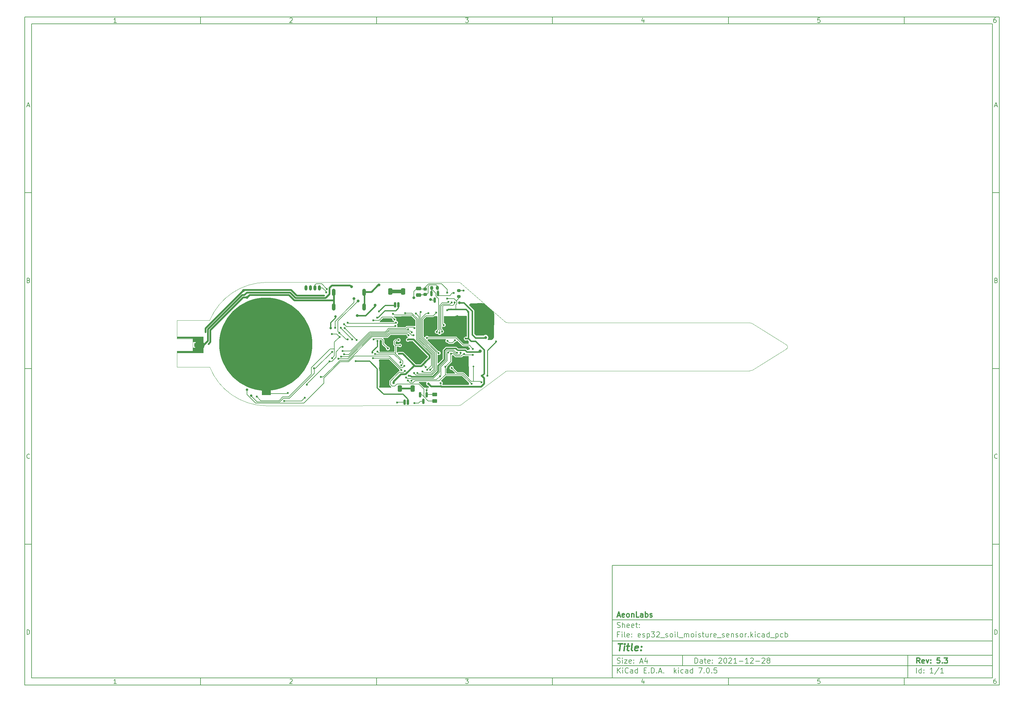
<source format=gbr>
%TF.GenerationSoftware,KiCad,Pcbnew,7.0.5*%
%TF.CreationDate,2023-06-02T10:03:58+02:00*%
%TF.ProjectId,esp32_soil_moisture_sensor,65737033-325f-4736-9f69-6c5f6d6f6973,5.3*%
%TF.SameCoordinates,Original*%
%TF.FileFunction,Copper,L2,Bot*%
%TF.FilePolarity,Positive*%
%FSLAX46Y46*%
G04 Gerber Fmt 4.6, Leading zero omitted, Abs format (unit mm)*
G04 Created by KiCad (PCBNEW 7.0.5) date 2023-06-02 10:03:58*
%MOMM*%
%LPD*%
G01*
G04 APERTURE LIST*
G04 Aperture macros list*
%AMRoundRect*
0 Rectangle with rounded corners*
0 $1 Rounding radius*
0 $2 $3 $4 $5 $6 $7 $8 $9 X,Y pos of 4 corners*
0 Add a 4 corners polygon primitive as box body*
4,1,4,$2,$3,$4,$5,$6,$7,$8,$9,$2,$3,0*
0 Add four circle primitives for the rounded corners*
1,1,$1+$1,$2,$3*
1,1,$1+$1,$4,$5*
1,1,$1+$1,$6,$7*
1,1,$1+$1,$8,$9*
0 Add four rect primitives between the rounded corners*
20,1,$1+$1,$2,$3,$4,$5,0*
20,1,$1+$1,$4,$5,$6,$7,0*
20,1,$1+$1,$6,$7,$8,$9,0*
20,1,$1+$1,$8,$9,$2,$3,0*%
%AMFreePoly0*
4,1,7,1.500000,-0.775000,-1.500000,-0.775000,-1.500000,0.225000,-6.000000,0.225000,-6.000000,0.775000,1.500000,0.775000,1.500000,-0.775000,1.500000,-0.775000,$1*%
%AMFreePoly1*
4,1,8,1.500000,-0.775000,-1.500000,-0.775000,-6.000000,-0.775000,-6.000000,-0.225000,-1.500000,-0.225000,-1.500000,0.775000,1.500000,0.775000,1.500000,-0.775000,1.500000,-0.775000,$1*%
G04 Aperture macros list end*
%ADD10C,0.100000*%
%ADD11C,0.150000*%
%ADD12C,0.300000*%
%ADD13C,0.400000*%
%TA.AperFunction,ComponentPad*%
%ADD14C,2.800000*%
%TD*%
%TA.AperFunction,ComponentPad*%
%ADD15O,1.050000X2.100000*%
%TD*%
%TA.AperFunction,SMDPad,CuDef*%
%ADD16O,0.800000X1.500000*%
%TD*%
%TA.AperFunction,SMDPad,CuDef*%
%ADD17RoundRect,0.200000X0.200000X0.275000X-0.200000X0.275000X-0.200000X-0.275000X0.200000X-0.275000X0*%
%TD*%
%TA.AperFunction,SMDPad,CuDef*%
%ADD18RoundRect,0.225000X-0.250000X0.225000X-0.250000X-0.225000X0.250000X-0.225000X0.250000X0.225000X0*%
%TD*%
%TA.AperFunction,SMDPad,CuDef*%
%ADD19R,2.600000X1.100000*%
%TD*%
%TA.AperFunction,SMDPad,CuDef*%
%ADD20FreePoly0,0.000000*%
%TD*%
%TA.AperFunction,SMDPad,CuDef*%
%ADD21FreePoly1,0.000000*%
%TD*%
%TA.AperFunction,SMDPad,CuDef*%
%ADD22RoundRect,0.150000X-0.150000X0.587500X-0.150000X-0.587500X0.150000X-0.587500X0.150000X0.587500X0*%
%TD*%
%TA.AperFunction,SMDPad,CuDef*%
%ADD23RoundRect,0.150000X-0.150000X-0.625000X0.150000X-0.625000X0.150000X0.625000X-0.150000X0.625000X0*%
%TD*%
%TA.AperFunction,SMDPad,CuDef*%
%ADD24RoundRect,0.250000X-0.350000X-0.650000X0.350000X-0.650000X0.350000X0.650000X-0.350000X0.650000X0*%
%TD*%
%TA.AperFunction,SMDPad,CuDef*%
%ADD25R,2.500000X2.500000*%
%TD*%
%TA.AperFunction,SMDPad,CuDef*%
%ADD26C,26.500000*%
%TD*%
%TA.AperFunction,SMDPad,CuDef*%
%ADD27RoundRect,0.200000X0.275000X-0.200000X0.275000X0.200000X-0.275000X0.200000X-0.275000X-0.200000X0*%
%TD*%
%TA.AperFunction,SMDPad,CuDef*%
%ADD28RoundRect,0.250000X-0.450000X0.262500X-0.450000X-0.262500X0.450000X-0.262500X0.450000X0.262500X0*%
%TD*%
%TA.AperFunction,SMDPad,CuDef*%
%ADD29RoundRect,0.250000X-0.475000X0.250000X-0.475000X-0.250000X0.475000X-0.250000X0.475000X0.250000X0*%
%TD*%
%TA.AperFunction,ViaPad*%
%ADD30C,0.600000*%
%TD*%
%TA.AperFunction,ViaPad*%
%ADD31C,0.700000*%
%TD*%
%TA.AperFunction,ViaPad*%
%ADD32C,0.800000*%
%TD*%
%TA.AperFunction,ViaPad*%
%ADD33C,0.500000*%
%TD*%
%TA.AperFunction,Conductor*%
%ADD34C,0.500000*%
%TD*%
%TA.AperFunction,Conductor*%
%ADD35C,0.400000*%
%TD*%
%TA.AperFunction,Conductor*%
%ADD36C,0.510000*%
%TD*%
%TA.AperFunction,Conductor*%
%ADD37C,0.200000*%
%TD*%
%TA.AperFunction,Conductor*%
%ADD38C,0.150000*%
%TD*%
%TA.AperFunction,Conductor*%
%ADD39C,0.250000*%
%TD*%
%TA.AperFunction,Conductor*%
%ADD40C,0.300000*%
%TD*%
%TA.AperFunction,Conductor*%
%ADD41C,0.320000*%
%TD*%
%TA.AperFunction,Conductor*%
%ADD42C,0.900000*%
%TD*%
%TA.AperFunction,Conductor*%
%ADD43C,1.000000*%
%TD*%
%TA.AperFunction,Profile*%
%ADD44C,0.050000*%
%TD*%
%TA.AperFunction,Profile*%
%ADD45C,0.100000*%
%TD*%
G04 APERTURE END LIST*
D10*
D11*
X177002200Y-166007200D02*
X285002200Y-166007200D01*
X285002200Y-198007200D01*
X177002200Y-198007200D01*
X177002200Y-166007200D01*
D10*
D11*
X10000000Y-10000000D02*
X287002200Y-10000000D01*
X287002200Y-200007200D01*
X10000000Y-200007200D01*
X10000000Y-10000000D01*
D10*
D11*
X12000000Y-12000000D02*
X285002200Y-12000000D01*
X285002200Y-198007200D01*
X12000000Y-198007200D01*
X12000000Y-12000000D01*
D10*
D11*
X60000000Y-12000000D02*
X60000000Y-10000000D01*
D10*
D11*
X110000000Y-12000000D02*
X110000000Y-10000000D01*
D10*
D11*
X160000000Y-12000000D02*
X160000000Y-10000000D01*
D10*
D11*
X210000000Y-12000000D02*
X210000000Y-10000000D01*
D10*
D11*
X260000000Y-12000000D02*
X260000000Y-10000000D01*
D10*
D11*
X36089160Y-11593604D02*
X35346303Y-11593604D01*
X35717731Y-11593604D02*
X35717731Y-10293604D01*
X35717731Y-10293604D02*
X35593922Y-10479319D01*
X35593922Y-10479319D02*
X35470112Y-10603128D01*
X35470112Y-10603128D02*
X35346303Y-10665033D01*
D10*
D11*
X85346303Y-10417414D02*
X85408207Y-10355509D01*
X85408207Y-10355509D02*
X85532017Y-10293604D01*
X85532017Y-10293604D02*
X85841541Y-10293604D01*
X85841541Y-10293604D02*
X85965350Y-10355509D01*
X85965350Y-10355509D02*
X86027255Y-10417414D01*
X86027255Y-10417414D02*
X86089160Y-10541223D01*
X86089160Y-10541223D02*
X86089160Y-10665033D01*
X86089160Y-10665033D02*
X86027255Y-10850747D01*
X86027255Y-10850747D02*
X85284398Y-11593604D01*
X85284398Y-11593604D02*
X86089160Y-11593604D01*
D10*
D11*
X135284398Y-10293604D02*
X136089160Y-10293604D01*
X136089160Y-10293604D02*
X135655826Y-10788842D01*
X135655826Y-10788842D02*
X135841541Y-10788842D01*
X135841541Y-10788842D02*
X135965350Y-10850747D01*
X135965350Y-10850747D02*
X136027255Y-10912652D01*
X136027255Y-10912652D02*
X136089160Y-11036461D01*
X136089160Y-11036461D02*
X136089160Y-11345985D01*
X136089160Y-11345985D02*
X136027255Y-11469795D01*
X136027255Y-11469795D02*
X135965350Y-11531700D01*
X135965350Y-11531700D02*
X135841541Y-11593604D01*
X135841541Y-11593604D02*
X135470112Y-11593604D01*
X135470112Y-11593604D02*
X135346303Y-11531700D01*
X135346303Y-11531700D02*
X135284398Y-11469795D01*
D10*
D11*
X185965350Y-10726938D02*
X185965350Y-11593604D01*
X185655826Y-10231700D02*
X185346303Y-11160271D01*
X185346303Y-11160271D02*
X186151064Y-11160271D01*
D10*
D11*
X236027255Y-10293604D02*
X235408207Y-10293604D01*
X235408207Y-10293604D02*
X235346303Y-10912652D01*
X235346303Y-10912652D02*
X235408207Y-10850747D01*
X235408207Y-10850747D02*
X235532017Y-10788842D01*
X235532017Y-10788842D02*
X235841541Y-10788842D01*
X235841541Y-10788842D02*
X235965350Y-10850747D01*
X235965350Y-10850747D02*
X236027255Y-10912652D01*
X236027255Y-10912652D02*
X236089160Y-11036461D01*
X236089160Y-11036461D02*
X236089160Y-11345985D01*
X236089160Y-11345985D02*
X236027255Y-11469795D01*
X236027255Y-11469795D02*
X235965350Y-11531700D01*
X235965350Y-11531700D02*
X235841541Y-11593604D01*
X235841541Y-11593604D02*
X235532017Y-11593604D01*
X235532017Y-11593604D02*
X235408207Y-11531700D01*
X235408207Y-11531700D02*
X235346303Y-11469795D01*
D10*
D11*
X285965350Y-10293604D02*
X285717731Y-10293604D01*
X285717731Y-10293604D02*
X285593922Y-10355509D01*
X285593922Y-10355509D02*
X285532017Y-10417414D01*
X285532017Y-10417414D02*
X285408207Y-10603128D01*
X285408207Y-10603128D02*
X285346303Y-10850747D01*
X285346303Y-10850747D02*
X285346303Y-11345985D01*
X285346303Y-11345985D02*
X285408207Y-11469795D01*
X285408207Y-11469795D02*
X285470112Y-11531700D01*
X285470112Y-11531700D02*
X285593922Y-11593604D01*
X285593922Y-11593604D02*
X285841541Y-11593604D01*
X285841541Y-11593604D02*
X285965350Y-11531700D01*
X285965350Y-11531700D02*
X286027255Y-11469795D01*
X286027255Y-11469795D02*
X286089160Y-11345985D01*
X286089160Y-11345985D02*
X286089160Y-11036461D01*
X286089160Y-11036461D02*
X286027255Y-10912652D01*
X286027255Y-10912652D02*
X285965350Y-10850747D01*
X285965350Y-10850747D02*
X285841541Y-10788842D01*
X285841541Y-10788842D02*
X285593922Y-10788842D01*
X285593922Y-10788842D02*
X285470112Y-10850747D01*
X285470112Y-10850747D02*
X285408207Y-10912652D01*
X285408207Y-10912652D02*
X285346303Y-11036461D01*
D10*
D11*
X60000000Y-198007200D02*
X60000000Y-200007200D01*
D10*
D11*
X110000000Y-198007200D02*
X110000000Y-200007200D01*
D10*
D11*
X160000000Y-198007200D02*
X160000000Y-200007200D01*
D10*
D11*
X210000000Y-198007200D02*
X210000000Y-200007200D01*
D10*
D11*
X260000000Y-198007200D02*
X260000000Y-200007200D01*
D10*
D11*
X36089160Y-199600804D02*
X35346303Y-199600804D01*
X35717731Y-199600804D02*
X35717731Y-198300804D01*
X35717731Y-198300804D02*
X35593922Y-198486519D01*
X35593922Y-198486519D02*
X35470112Y-198610328D01*
X35470112Y-198610328D02*
X35346303Y-198672233D01*
D10*
D11*
X85346303Y-198424614D02*
X85408207Y-198362709D01*
X85408207Y-198362709D02*
X85532017Y-198300804D01*
X85532017Y-198300804D02*
X85841541Y-198300804D01*
X85841541Y-198300804D02*
X85965350Y-198362709D01*
X85965350Y-198362709D02*
X86027255Y-198424614D01*
X86027255Y-198424614D02*
X86089160Y-198548423D01*
X86089160Y-198548423D02*
X86089160Y-198672233D01*
X86089160Y-198672233D02*
X86027255Y-198857947D01*
X86027255Y-198857947D02*
X85284398Y-199600804D01*
X85284398Y-199600804D02*
X86089160Y-199600804D01*
D10*
D11*
X135284398Y-198300804D02*
X136089160Y-198300804D01*
X136089160Y-198300804D02*
X135655826Y-198796042D01*
X135655826Y-198796042D02*
X135841541Y-198796042D01*
X135841541Y-198796042D02*
X135965350Y-198857947D01*
X135965350Y-198857947D02*
X136027255Y-198919852D01*
X136027255Y-198919852D02*
X136089160Y-199043661D01*
X136089160Y-199043661D02*
X136089160Y-199353185D01*
X136089160Y-199353185D02*
X136027255Y-199476995D01*
X136027255Y-199476995D02*
X135965350Y-199538900D01*
X135965350Y-199538900D02*
X135841541Y-199600804D01*
X135841541Y-199600804D02*
X135470112Y-199600804D01*
X135470112Y-199600804D02*
X135346303Y-199538900D01*
X135346303Y-199538900D02*
X135284398Y-199476995D01*
D10*
D11*
X185965350Y-198734138D02*
X185965350Y-199600804D01*
X185655826Y-198238900D02*
X185346303Y-199167471D01*
X185346303Y-199167471D02*
X186151064Y-199167471D01*
D10*
D11*
X236027255Y-198300804D02*
X235408207Y-198300804D01*
X235408207Y-198300804D02*
X235346303Y-198919852D01*
X235346303Y-198919852D02*
X235408207Y-198857947D01*
X235408207Y-198857947D02*
X235532017Y-198796042D01*
X235532017Y-198796042D02*
X235841541Y-198796042D01*
X235841541Y-198796042D02*
X235965350Y-198857947D01*
X235965350Y-198857947D02*
X236027255Y-198919852D01*
X236027255Y-198919852D02*
X236089160Y-199043661D01*
X236089160Y-199043661D02*
X236089160Y-199353185D01*
X236089160Y-199353185D02*
X236027255Y-199476995D01*
X236027255Y-199476995D02*
X235965350Y-199538900D01*
X235965350Y-199538900D02*
X235841541Y-199600804D01*
X235841541Y-199600804D02*
X235532017Y-199600804D01*
X235532017Y-199600804D02*
X235408207Y-199538900D01*
X235408207Y-199538900D02*
X235346303Y-199476995D01*
D10*
D11*
X285965350Y-198300804D02*
X285717731Y-198300804D01*
X285717731Y-198300804D02*
X285593922Y-198362709D01*
X285593922Y-198362709D02*
X285532017Y-198424614D01*
X285532017Y-198424614D02*
X285408207Y-198610328D01*
X285408207Y-198610328D02*
X285346303Y-198857947D01*
X285346303Y-198857947D02*
X285346303Y-199353185D01*
X285346303Y-199353185D02*
X285408207Y-199476995D01*
X285408207Y-199476995D02*
X285470112Y-199538900D01*
X285470112Y-199538900D02*
X285593922Y-199600804D01*
X285593922Y-199600804D02*
X285841541Y-199600804D01*
X285841541Y-199600804D02*
X285965350Y-199538900D01*
X285965350Y-199538900D02*
X286027255Y-199476995D01*
X286027255Y-199476995D02*
X286089160Y-199353185D01*
X286089160Y-199353185D02*
X286089160Y-199043661D01*
X286089160Y-199043661D02*
X286027255Y-198919852D01*
X286027255Y-198919852D02*
X285965350Y-198857947D01*
X285965350Y-198857947D02*
X285841541Y-198796042D01*
X285841541Y-198796042D02*
X285593922Y-198796042D01*
X285593922Y-198796042D02*
X285470112Y-198857947D01*
X285470112Y-198857947D02*
X285408207Y-198919852D01*
X285408207Y-198919852D02*
X285346303Y-199043661D01*
D10*
D11*
X10000000Y-60000000D02*
X12000000Y-60000000D01*
D10*
D11*
X10000000Y-110000000D02*
X12000000Y-110000000D01*
D10*
D11*
X10000000Y-160000000D02*
X12000000Y-160000000D01*
D10*
D11*
X10690476Y-35222176D02*
X11309523Y-35222176D01*
X10566666Y-35593604D02*
X10999999Y-34293604D01*
X10999999Y-34293604D02*
X11433333Y-35593604D01*
D10*
D11*
X11092857Y-84912652D02*
X11278571Y-84974557D01*
X11278571Y-84974557D02*
X11340476Y-85036461D01*
X11340476Y-85036461D02*
X11402380Y-85160271D01*
X11402380Y-85160271D02*
X11402380Y-85345985D01*
X11402380Y-85345985D02*
X11340476Y-85469795D01*
X11340476Y-85469795D02*
X11278571Y-85531700D01*
X11278571Y-85531700D02*
X11154761Y-85593604D01*
X11154761Y-85593604D02*
X10659523Y-85593604D01*
X10659523Y-85593604D02*
X10659523Y-84293604D01*
X10659523Y-84293604D02*
X11092857Y-84293604D01*
X11092857Y-84293604D02*
X11216666Y-84355509D01*
X11216666Y-84355509D02*
X11278571Y-84417414D01*
X11278571Y-84417414D02*
X11340476Y-84541223D01*
X11340476Y-84541223D02*
X11340476Y-84665033D01*
X11340476Y-84665033D02*
X11278571Y-84788842D01*
X11278571Y-84788842D02*
X11216666Y-84850747D01*
X11216666Y-84850747D02*
X11092857Y-84912652D01*
X11092857Y-84912652D02*
X10659523Y-84912652D01*
D10*
D11*
X11402380Y-135469795D02*
X11340476Y-135531700D01*
X11340476Y-135531700D02*
X11154761Y-135593604D01*
X11154761Y-135593604D02*
X11030952Y-135593604D01*
X11030952Y-135593604D02*
X10845238Y-135531700D01*
X10845238Y-135531700D02*
X10721428Y-135407890D01*
X10721428Y-135407890D02*
X10659523Y-135284080D01*
X10659523Y-135284080D02*
X10597619Y-135036461D01*
X10597619Y-135036461D02*
X10597619Y-134850747D01*
X10597619Y-134850747D02*
X10659523Y-134603128D01*
X10659523Y-134603128D02*
X10721428Y-134479319D01*
X10721428Y-134479319D02*
X10845238Y-134355509D01*
X10845238Y-134355509D02*
X11030952Y-134293604D01*
X11030952Y-134293604D02*
X11154761Y-134293604D01*
X11154761Y-134293604D02*
X11340476Y-134355509D01*
X11340476Y-134355509D02*
X11402380Y-134417414D01*
D10*
D11*
X10659523Y-185593604D02*
X10659523Y-184293604D01*
X10659523Y-184293604D02*
X10969047Y-184293604D01*
X10969047Y-184293604D02*
X11154761Y-184355509D01*
X11154761Y-184355509D02*
X11278571Y-184479319D01*
X11278571Y-184479319D02*
X11340476Y-184603128D01*
X11340476Y-184603128D02*
X11402380Y-184850747D01*
X11402380Y-184850747D02*
X11402380Y-185036461D01*
X11402380Y-185036461D02*
X11340476Y-185284080D01*
X11340476Y-185284080D02*
X11278571Y-185407890D01*
X11278571Y-185407890D02*
X11154761Y-185531700D01*
X11154761Y-185531700D02*
X10969047Y-185593604D01*
X10969047Y-185593604D02*
X10659523Y-185593604D01*
D10*
D11*
X287002200Y-60000000D02*
X285002200Y-60000000D01*
D10*
D11*
X287002200Y-110000000D02*
X285002200Y-110000000D01*
D10*
D11*
X287002200Y-160000000D02*
X285002200Y-160000000D01*
D10*
D11*
X285692676Y-35222176D02*
X286311723Y-35222176D01*
X285568866Y-35593604D02*
X286002199Y-34293604D01*
X286002199Y-34293604D02*
X286435533Y-35593604D01*
D10*
D11*
X286095057Y-84912652D02*
X286280771Y-84974557D01*
X286280771Y-84974557D02*
X286342676Y-85036461D01*
X286342676Y-85036461D02*
X286404580Y-85160271D01*
X286404580Y-85160271D02*
X286404580Y-85345985D01*
X286404580Y-85345985D02*
X286342676Y-85469795D01*
X286342676Y-85469795D02*
X286280771Y-85531700D01*
X286280771Y-85531700D02*
X286156961Y-85593604D01*
X286156961Y-85593604D02*
X285661723Y-85593604D01*
X285661723Y-85593604D02*
X285661723Y-84293604D01*
X285661723Y-84293604D02*
X286095057Y-84293604D01*
X286095057Y-84293604D02*
X286218866Y-84355509D01*
X286218866Y-84355509D02*
X286280771Y-84417414D01*
X286280771Y-84417414D02*
X286342676Y-84541223D01*
X286342676Y-84541223D02*
X286342676Y-84665033D01*
X286342676Y-84665033D02*
X286280771Y-84788842D01*
X286280771Y-84788842D02*
X286218866Y-84850747D01*
X286218866Y-84850747D02*
X286095057Y-84912652D01*
X286095057Y-84912652D02*
X285661723Y-84912652D01*
D10*
D11*
X286404580Y-135469795D02*
X286342676Y-135531700D01*
X286342676Y-135531700D02*
X286156961Y-135593604D01*
X286156961Y-135593604D02*
X286033152Y-135593604D01*
X286033152Y-135593604D02*
X285847438Y-135531700D01*
X285847438Y-135531700D02*
X285723628Y-135407890D01*
X285723628Y-135407890D02*
X285661723Y-135284080D01*
X285661723Y-135284080D02*
X285599819Y-135036461D01*
X285599819Y-135036461D02*
X285599819Y-134850747D01*
X285599819Y-134850747D02*
X285661723Y-134603128D01*
X285661723Y-134603128D02*
X285723628Y-134479319D01*
X285723628Y-134479319D02*
X285847438Y-134355509D01*
X285847438Y-134355509D02*
X286033152Y-134293604D01*
X286033152Y-134293604D02*
X286156961Y-134293604D01*
X286156961Y-134293604D02*
X286342676Y-134355509D01*
X286342676Y-134355509D02*
X286404580Y-134417414D01*
D10*
D11*
X285661723Y-185593604D02*
X285661723Y-184293604D01*
X285661723Y-184293604D02*
X285971247Y-184293604D01*
X285971247Y-184293604D02*
X286156961Y-184355509D01*
X286156961Y-184355509D02*
X286280771Y-184479319D01*
X286280771Y-184479319D02*
X286342676Y-184603128D01*
X286342676Y-184603128D02*
X286404580Y-184850747D01*
X286404580Y-184850747D02*
X286404580Y-185036461D01*
X286404580Y-185036461D02*
X286342676Y-185284080D01*
X286342676Y-185284080D02*
X286280771Y-185407890D01*
X286280771Y-185407890D02*
X286156961Y-185531700D01*
X286156961Y-185531700D02*
X285971247Y-185593604D01*
X285971247Y-185593604D02*
X285661723Y-185593604D01*
D10*
D11*
X200458026Y-193793328D02*
X200458026Y-192293328D01*
X200458026Y-192293328D02*
X200815169Y-192293328D01*
X200815169Y-192293328D02*
X201029455Y-192364757D01*
X201029455Y-192364757D02*
X201172312Y-192507614D01*
X201172312Y-192507614D02*
X201243741Y-192650471D01*
X201243741Y-192650471D02*
X201315169Y-192936185D01*
X201315169Y-192936185D02*
X201315169Y-193150471D01*
X201315169Y-193150471D02*
X201243741Y-193436185D01*
X201243741Y-193436185D02*
X201172312Y-193579042D01*
X201172312Y-193579042D02*
X201029455Y-193721900D01*
X201029455Y-193721900D02*
X200815169Y-193793328D01*
X200815169Y-193793328D02*
X200458026Y-193793328D01*
X202600884Y-193793328D02*
X202600884Y-193007614D01*
X202600884Y-193007614D02*
X202529455Y-192864757D01*
X202529455Y-192864757D02*
X202386598Y-192793328D01*
X202386598Y-192793328D02*
X202100884Y-192793328D01*
X202100884Y-192793328D02*
X201958026Y-192864757D01*
X202600884Y-193721900D02*
X202458026Y-193793328D01*
X202458026Y-193793328D02*
X202100884Y-193793328D01*
X202100884Y-193793328D02*
X201958026Y-193721900D01*
X201958026Y-193721900D02*
X201886598Y-193579042D01*
X201886598Y-193579042D02*
X201886598Y-193436185D01*
X201886598Y-193436185D02*
X201958026Y-193293328D01*
X201958026Y-193293328D02*
X202100884Y-193221900D01*
X202100884Y-193221900D02*
X202458026Y-193221900D01*
X202458026Y-193221900D02*
X202600884Y-193150471D01*
X203100884Y-192793328D02*
X203672312Y-192793328D01*
X203315169Y-192293328D02*
X203315169Y-193579042D01*
X203315169Y-193579042D02*
X203386598Y-193721900D01*
X203386598Y-193721900D02*
X203529455Y-193793328D01*
X203529455Y-193793328D02*
X203672312Y-193793328D01*
X204743741Y-193721900D02*
X204600884Y-193793328D01*
X204600884Y-193793328D02*
X204315170Y-193793328D01*
X204315170Y-193793328D02*
X204172312Y-193721900D01*
X204172312Y-193721900D02*
X204100884Y-193579042D01*
X204100884Y-193579042D02*
X204100884Y-193007614D01*
X204100884Y-193007614D02*
X204172312Y-192864757D01*
X204172312Y-192864757D02*
X204315170Y-192793328D01*
X204315170Y-192793328D02*
X204600884Y-192793328D01*
X204600884Y-192793328D02*
X204743741Y-192864757D01*
X204743741Y-192864757D02*
X204815170Y-193007614D01*
X204815170Y-193007614D02*
X204815170Y-193150471D01*
X204815170Y-193150471D02*
X204100884Y-193293328D01*
X205458026Y-193650471D02*
X205529455Y-193721900D01*
X205529455Y-193721900D02*
X205458026Y-193793328D01*
X205458026Y-193793328D02*
X205386598Y-193721900D01*
X205386598Y-193721900D02*
X205458026Y-193650471D01*
X205458026Y-193650471D02*
X205458026Y-193793328D01*
X205458026Y-192864757D02*
X205529455Y-192936185D01*
X205529455Y-192936185D02*
X205458026Y-193007614D01*
X205458026Y-193007614D02*
X205386598Y-192936185D01*
X205386598Y-192936185D02*
X205458026Y-192864757D01*
X205458026Y-192864757D02*
X205458026Y-193007614D01*
X207243741Y-192436185D02*
X207315169Y-192364757D01*
X207315169Y-192364757D02*
X207458027Y-192293328D01*
X207458027Y-192293328D02*
X207815169Y-192293328D01*
X207815169Y-192293328D02*
X207958027Y-192364757D01*
X207958027Y-192364757D02*
X208029455Y-192436185D01*
X208029455Y-192436185D02*
X208100884Y-192579042D01*
X208100884Y-192579042D02*
X208100884Y-192721900D01*
X208100884Y-192721900D02*
X208029455Y-192936185D01*
X208029455Y-192936185D02*
X207172312Y-193793328D01*
X207172312Y-193793328D02*
X208100884Y-193793328D01*
X209029455Y-192293328D02*
X209172312Y-192293328D01*
X209172312Y-192293328D02*
X209315169Y-192364757D01*
X209315169Y-192364757D02*
X209386598Y-192436185D01*
X209386598Y-192436185D02*
X209458026Y-192579042D01*
X209458026Y-192579042D02*
X209529455Y-192864757D01*
X209529455Y-192864757D02*
X209529455Y-193221900D01*
X209529455Y-193221900D02*
X209458026Y-193507614D01*
X209458026Y-193507614D02*
X209386598Y-193650471D01*
X209386598Y-193650471D02*
X209315169Y-193721900D01*
X209315169Y-193721900D02*
X209172312Y-193793328D01*
X209172312Y-193793328D02*
X209029455Y-193793328D01*
X209029455Y-193793328D02*
X208886598Y-193721900D01*
X208886598Y-193721900D02*
X208815169Y-193650471D01*
X208815169Y-193650471D02*
X208743740Y-193507614D01*
X208743740Y-193507614D02*
X208672312Y-193221900D01*
X208672312Y-193221900D02*
X208672312Y-192864757D01*
X208672312Y-192864757D02*
X208743740Y-192579042D01*
X208743740Y-192579042D02*
X208815169Y-192436185D01*
X208815169Y-192436185D02*
X208886598Y-192364757D01*
X208886598Y-192364757D02*
X209029455Y-192293328D01*
X210100883Y-192436185D02*
X210172311Y-192364757D01*
X210172311Y-192364757D02*
X210315169Y-192293328D01*
X210315169Y-192293328D02*
X210672311Y-192293328D01*
X210672311Y-192293328D02*
X210815169Y-192364757D01*
X210815169Y-192364757D02*
X210886597Y-192436185D01*
X210886597Y-192436185D02*
X210958026Y-192579042D01*
X210958026Y-192579042D02*
X210958026Y-192721900D01*
X210958026Y-192721900D02*
X210886597Y-192936185D01*
X210886597Y-192936185D02*
X210029454Y-193793328D01*
X210029454Y-193793328D02*
X210958026Y-193793328D01*
X212386597Y-193793328D02*
X211529454Y-193793328D01*
X211958025Y-193793328D02*
X211958025Y-192293328D01*
X211958025Y-192293328D02*
X211815168Y-192507614D01*
X211815168Y-192507614D02*
X211672311Y-192650471D01*
X211672311Y-192650471D02*
X211529454Y-192721900D01*
X213029453Y-193221900D02*
X214172311Y-193221900D01*
X215672311Y-193793328D02*
X214815168Y-193793328D01*
X215243739Y-193793328D02*
X215243739Y-192293328D01*
X215243739Y-192293328D02*
X215100882Y-192507614D01*
X215100882Y-192507614D02*
X214958025Y-192650471D01*
X214958025Y-192650471D02*
X214815168Y-192721900D01*
X216243739Y-192436185D02*
X216315167Y-192364757D01*
X216315167Y-192364757D02*
X216458025Y-192293328D01*
X216458025Y-192293328D02*
X216815167Y-192293328D01*
X216815167Y-192293328D02*
X216958025Y-192364757D01*
X216958025Y-192364757D02*
X217029453Y-192436185D01*
X217029453Y-192436185D02*
X217100882Y-192579042D01*
X217100882Y-192579042D02*
X217100882Y-192721900D01*
X217100882Y-192721900D02*
X217029453Y-192936185D01*
X217029453Y-192936185D02*
X216172310Y-193793328D01*
X216172310Y-193793328D02*
X217100882Y-193793328D01*
X217743738Y-193221900D02*
X218886596Y-193221900D01*
X219529453Y-192436185D02*
X219600881Y-192364757D01*
X219600881Y-192364757D02*
X219743739Y-192293328D01*
X219743739Y-192293328D02*
X220100881Y-192293328D01*
X220100881Y-192293328D02*
X220243739Y-192364757D01*
X220243739Y-192364757D02*
X220315167Y-192436185D01*
X220315167Y-192436185D02*
X220386596Y-192579042D01*
X220386596Y-192579042D02*
X220386596Y-192721900D01*
X220386596Y-192721900D02*
X220315167Y-192936185D01*
X220315167Y-192936185D02*
X219458024Y-193793328D01*
X219458024Y-193793328D02*
X220386596Y-193793328D01*
X221243738Y-192936185D02*
X221100881Y-192864757D01*
X221100881Y-192864757D02*
X221029452Y-192793328D01*
X221029452Y-192793328D02*
X220958024Y-192650471D01*
X220958024Y-192650471D02*
X220958024Y-192579042D01*
X220958024Y-192579042D02*
X221029452Y-192436185D01*
X221029452Y-192436185D02*
X221100881Y-192364757D01*
X221100881Y-192364757D02*
X221243738Y-192293328D01*
X221243738Y-192293328D02*
X221529452Y-192293328D01*
X221529452Y-192293328D02*
X221672310Y-192364757D01*
X221672310Y-192364757D02*
X221743738Y-192436185D01*
X221743738Y-192436185D02*
X221815167Y-192579042D01*
X221815167Y-192579042D02*
X221815167Y-192650471D01*
X221815167Y-192650471D02*
X221743738Y-192793328D01*
X221743738Y-192793328D02*
X221672310Y-192864757D01*
X221672310Y-192864757D02*
X221529452Y-192936185D01*
X221529452Y-192936185D02*
X221243738Y-192936185D01*
X221243738Y-192936185D02*
X221100881Y-193007614D01*
X221100881Y-193007614D02*
X221029452Y-193079042D01*
X221029452Y-193079042D02*
X220958024Y-193221900D01*
X220958024Y-193221900D02*
X220958024Y-193507614D01*
X220958024Y-193507614D02*
X221029452Y-193650471D01*
X221029452Y-193650471D02*
X221100881Y-193721900D01*
X221100881Y-193721900D02*
X221243738Y-193793328D01*
X221243738Y-193793328D02*
X221529452Y-193793328D01*
X221529452Y-193793328D02*
X221672310Y-193721900D01*
X221672310Y-193721900D02*
X221743738Y-193650471D01*
X221743738Y-193650471D02*
X221815167Y-193507614D01*
X221815167Y-193507614D02*
X221815167Y-193221900D01*
X221815167Y-193221900D02*
X221743738Y-193079042D01*
X221743738Y-193079042D02*
X221672310Y-193007614D01*
X221672310Y-193007614D02*
X221529452Y-192936185D01*
D10*
D11*
X177002200Y-194507200D02*
X285002200Y-194507200D01*
D10*
D11*
X178458026Y-196593328D02*
X178458026Y-195093328D01*
X179315169Y-196593328D02*
X178672312Y-195736185D01*
X179315169Y-195093328D02*
X178458026Y-195950471D01*
X179958026Y-196593328D02*
X179958026Y-195593328D01*
X179958026Y-195093328D02*
X179886598Y-195164757D01*
X179886598Y-195164757D02*
X179958026Y-195236185D01*
X179958026Y-195236185D02*
X180029455Y-195164757D01*
X180029455Y-195164757D02*
X179958026Y-195093328D01*
X179958026Y-195093328D02*
X179958026Y-195236185D01*
X181529455Y-196450471D02*
X181458027Y-196521900D01*
X181458027Y-196521900D02*
X181243741Y-196593328D01*
X181243741Y-196593328D02*
X181100884Y-196593328D01*
X181100884Y-196593328D02*
X180886598Y-196521900D01*
X180886598Y-196521900D02*
X180743741Y-196379042D01*
X180743741Y-196379042D02*
X180672312Y-196236185D01*
X180672312Y-196236185D02*
X180600884Y-195950471D01*
X180600884Y-195950471D02*
X180600884Y-195736185D01*
X180600884Y-195736185D02*
X180672312Y-195450471D01*
X180672312Y-195450471D02*
X180743741Y-195307614D01*
X180743741Y-195307614D02*
X180886598Y-195164757D01*
X180886598Y-195164757D02*
X181100884Y-195093328D01*
X181100884Y-195093328D02*
X181243741Y-195093328D01*
X181243741Y-195093328D02*
X181458027Y-195164757D01*
X181458027Y-195164757D02*
X181529455Y-195236185D01*
X182815170Y-196593328D02*
X182815170Y-195807614D01*
X182815170Y-195807614D02*
X182743741Y-195664757D01*
X182743741Y-195664757D02*
X182600884Y-195593328D01*
X182600884Y-195593328D02*
X182315170Y-195593328D01*
X182315170Y-195593328D02*
X182172312Y-195664757D01*
X182815170Y-196521900D02*
X182672312Y-196593328D01*
X182672312Y-196593328D02*
X182315170Y-196593328D01*
X182315170Y-196593328D02*
X182172312Y-196521900D01*
X182172312Y-196521900D02*
X182100884Y-196379042D01*
X182100884Y-196379042D02*
X182100884Y-196236185D01*
X182100884Y-196236185D02*
X182172312Y-196093328D01*
X182172312Y-196093328D02*
X182315170Y-196021900D01*
X182315170Y-196021900D02*
X182672312Y-196021900D01*
X182672312Y-196021900D02*
X182815170Y-195950471D01*
X184172313Y-196593328D02*
X184172313Y-195093328D01*
X184172313Y-196521900D02*
X184029455Y-196593328D01*
X184029455Y-196593328D02*
X183743741Y-196593328D01*
X183743741Y-196593328D02*
X183600884Y-196521900D01*
X183600884Y-196521900D02*
X183529455Y-196450471D01*
X183529455Y-196450471D02*
X183458027Y-196307614D01*
X183458027Y-196307614D02*
X183458027Y-195879042D01*
X183458027Y-195879042D02*
X183529455Y-195736185D01*
X183529455Y-195736185D02*
X183600884Y-195664757D01*
X183600884Y-195664757D02*
X183743741Y-195593328D01*
X183743741Y-195593328D02*
X184029455Y-195593328D01*
X184029455Y-195593328D02*
X184172313Y-195664757D01*
X186029455Y-195807614D02*
X186529455Y-195807614D01*
X186743741Y-196593328D02*
X186029455Y-196593328D01*
X186029455Y-196593328D02*
X186029455Y-195093328D01*
X186029455Y-195093328D02*
X186743741Y-195093328D01*
X187386598Y-196450471D02*
X187458027Y-196521900D01*
X187458027Y-196521900D02*
X187386598Y-196593328D01*
X187386598Y-196593328D02*
X187315170Y-196521900D01*
X187315170Y-196521900D02*
X187386598Y-196450471D01*
X187386598Y-196450471D02*
X187386598Y-196593328D01*
X188100884Y-196593328D02*
X188100884Y-195093328D01*
X188100884Y-195093328D02*
X188458027Y-195093328D01*
X188458027Y-195093328D02*
X188672313Y-195164757D01*
X188672313Y-195164757D02*
X188815170Y-195307614D01*
X188815170Y-195307614D02*
X188886599Y-195450471D01*
X188886599Y-195450471D02*
X188958027Y-195736185D01*
X188958027Y-195736185D02*
X188958027Y-195950471D01*
X188958027Y-195950471D02*
X188886599Y-196236185D01*
X188886599Y-196236185D02*
X188815170Y-196379042D01*
X188815170Y-196379042D02*
X188672313Y-196521900D01*
X188672313Y-196521900D02*
X188458027Y-196593328D01*
X188458027Y-196593328D02*
X188100884Y-196593328D01*
X189600884Y-196450471D02*
X189672313Y-196521900D01*
X189672313Y-196521900D02*
X189600884Y-196593328D01*
X189600884Y-196593328D02*
X189529456Y-196521900D01*
X189529456Y-196521900D02*
X189600884Y-196450471D01*
X189600884Y-196450471D02*
X189600884Y-196593328D01*
X190243742Y-196164757D02*
X190958028Y-196164757D01*
X190100885Y-196593328D02*
X190600885Y-195093328D01*
X190600885Y-195093328D02*
X191100885Y-196593328D01*
X191600884Y-196450471D02*
X191672313Y-196521900D01*
X191672313Y-196521900D02*
X191600884Y-196593328D01*
X191600884Y-196593328D02*
X191529456Y-196521900D01*
X191529456Y-196521900D02*
X191600884Y-196450471D01*
X191600884Y-196450471D02*
X191600884Y-196593328D01*
X194600884Y-196593328D02*
X194600884Y-195093328D01*
X194743742Y-196021900D02*
X195172313Y-196593328D01*
X195172313Y-195593328D02*
X194600884Y-196164757D01*
X195815170Y-196593328D02*
X195815170Y-195593328D01*
X195815170Y-195093328D02*
X195743742Y-195164757D01*
X195743742Y-195164757D02*
X195815170Y-195236185D01*
X195815170Y-195236185D02*
X195886599Y-195164757D01*
X195886599Y-195164757D02*
X195815170Y-195093328D01*
X195815170Y-195093328D02*
X195815170Y-195236185D01*
X197172314Y-196521900D02*
X197029456Y-196593328D01*
X197029456Y-196593328D02*
X196743742Y-196593328D01*
X196743742Y-196593328D02*
X196600885Y-196521900D01*
X196600885Y-196521900D02*
X196529456Y-196450471D01*
X196529456Y-196450471D02*
X196458028Y-196307614D01*
X196458028Y-196307614D02*
X196458028Y-195879042D01*
X196458028Y-195879042D02*
X196529456Y-195736185D01*
X196529456Y-195736185D02*
X196600885Y-195664757D01*
X196600885Y-195664757D02*
X196743742Y-195593328D01*
X196743742Y-195593328D02*
X197029456Y-195593328D01*
X197029456Y-195593328D02*
X197172314Y-195664757D01*
X198458028Y-196593328D02*
X198458028Y-195807614D01*
X198458028Y-195807614D02*
X198386599Y-195664757D01*
X198386599Y-195664757D02*
X198243742Y-195593328D01*
X198243742Y-195593328D02*
X197958028Y-195593328D01*
X197958028Y-195593328D02*
X197815170Y-195664757D01*
X198458028Y-196521900D02*
X198315170Y-196593328D01*
X198315170Y-196593328D02*
X197958028Y-196593328D01*
X197958028Y-196593328D02*
X197815170Y-196521900D01*
X197815170Y-196521900D02*
X197743742Y-196379042D01*
X197743742Y-196379042D02*
X197743742Y-196236185D01*
X197743742Y-196236185D02*
X197815170Y-196093328D01*
X197815170Y-196093328D02*
X197958028Y-196021900D01*
X197958028Y-196021900D02*
X198315170Y-196021900D01*
X198315170Y-196021900D02*
X198458028Y-195950471D01*
X199815171Y-196593328D02*
X199815171Y-195093328D01*
X199815171Y-196521900D02*
X199672313Y-196593328D01*
X199672313Y-196593328D02*
X199386599Y-196593328D01*
X199386599Y-196593328D02*
X199243742Y-196521900D01*
X199243742Y-196521900D02*
X199172313Y-196450471D01*
X199172313Y-196450471D02*
X199100885Y-196307614D01*
X199100885Y-196307614D02*
X199100885Y-195879042D01*
X199100885Y-195879042D02*
X199172313Y-195736185D01*
X199172313Y-195736185D02*
X199243742Y-195664757D01*
X199243742Y-195664757D02*
X199386599Y-195593328D01*
X199386599Y-195593328D02*
X199672313Y-195593328D01*
X199672313Y-195593328D02*
X199815171Y-195664757D01*
X201529456Y-195093328D02*
X202529456Y-195093328D01*
X202529456Y-195093328D02*
X201886599Y-196593328D01*
X203100884Y-196450471D02*
X203172313Y-196521900D01*
X203172313Y-196521900D02*
X203100884Y-196593328D01*
X203100884Y-196593328D02*
X203029456Y-196521900D01*
X203029456Y-196521900D02*
X203100884Y-196450471D01*
X203100884Y-196450471D02*
X203100884Y-196593328D01*
X204100885Y-195093328D02*
X204243742Y-195093328D01*
X204243742Y-195093328D02*
X204386599Y-195164757D01*
X204386599Y-195164757D02*
X204458028Y-195236185D01*
X204458028Y-195236185D02*
X204529456Y-195379042D01*
X204529456Y-195379042D02*
X204600885Y-195664757D01*
X204600885Y-195664757D02*
X204600885Y-196021900D01*
X204600885Y-196021900D02*
X204529456Y-196307614D01*
X204529456Y-196307614D02*
X204458028Y-196450471D01*
X204458028Y-196450471D02*
X204386599Y-196521900D01*
X204386599Y-196521900D02*
X204243742Y-196593328D01*
X204243742Y-196593328D02*
X204100885Y-196593328D01*
X204100885Y-196593328D02*
X203958028Y-196521900D01*
X203958028Y-196521900D02*
X203886599Y-196450471D01*
X203886599Y-196450471D02*
X203815170Y-196307614D01*
X203815170Y-196307614D02*
X203743742Y-196021900D01*
X203743742Y-196021900D02*
X203743742Y-195664757D01*
X203743742Y-195664757D02*
X203815170Y-195379042D01*
X203815170Y-195379042D02*
X203886599Y-195236185D01*
X203886599Y-195236185D02*
X203958028Y-195164757D01*
X203958028Y-195164757D02*
X204100885Y-195093328D01*
X205243741Y-196450471D02*
X205315170Y-196521900D01*
X205315170Y-196521900D02*
X205243741Y-196593328D01*
X205243741Y-196593328D02*
X205172313Y-196521900D01*
X205172313Y-196521900D02*
X205243741Y-196450471D01*
X205243741Y-196450471D02*
X205243741Y-196593328D01*
X206672313Y-195093328D02*
X205958027Y-195093328D01*
X205958027Y-195093328D02*
X205886599Y-195807614D01*
X205886599Y-195807614D02*
X205958027Y-195736185D01*
X205958027Y-195736185D02*
X206100885Y-195664757D01*
X206100885Y-195664757D02*
X206458027Y-195664757D01*
X206458027Y-195664757D02*
X206600885Y-195736185D01*
X206600885Y-195736185D02*
X206672313Y-195807614D01*
X206672313Y-195807614D02*
X206743742Y-195950471D01*
X206743742Y-195950471D02*
X206743742Y-196307614D01*
X206743742Y-196307614D02*
X206672313Y-196450471D01*
X206672313Y-196450471D02*
X206600885Y-196521900D01*
X206600885Y-196521900D02*
X206458027Y-196593328D01*
X206458027Y-196593328D02*
X206100885Y-196593328D01*
X206100885Y-196593328D02*
X205958027Y-196521900D01*
X205958027Y-196521900D02*
X205886599Y-196450471D01*
D10*
D11*
X177002200Y-191507200D02*
X285002200Y-191507200D01*
D10*
D12*
X264413853Y-193785528D02*
X263913853Y-193071242D01*
X263556710Y-193785528D02*
X263556710Y-192285528D01*
X263556710Y-192285528D02*
X264128139Y-192285528D01*
X264128139Y-192285528D02*
X264270996Y-192356957D01*
X264270996Y-192356957D02*
X264342425Y-192428385D01*
X264342425Y-192428385D02*
X264413853Y-192571242D01*
X264413853Y-192571242D02*
X264413853Y-192785528D01*
X264413853Y-192785528D02*
X264342425Y-192928385D01*
X264342425Y-192928385D02*
X264270996Y-192999814D01*
X264270996Y-192999814D02*
X264128139Y-193071242D01*
X264128139Y-193071242D02*
X263556710Y-193071242D01*
X265628139Y-193714100D02*
X265485282Y-193785528D01*
X265485282Y-193785528D02*
X265199568Y-193785528D01*
X265199568Y-193785528D02*
X265056710Y-193714100D01*
X265056710Y-193714100D02*
X264985282Y-193571242D01*
X264985282Y-193571242D02*
X264985282Y-192999814D01*
X264985282Y-192999814D02*
X265056710Y-192856957D01*
X265056710Y-192856957D02*
X265199568Y-192785528D01*
X265199568Y-192785528D02*
X265485282Y-192785528D01*
X265485282Y-192785528D02*
X265628139Y-192856957D01*
X265628139Y-192856957D02*
X265699568Y-192999814D01*
X265699568Y-192999814D02*
X265699568Y-193142671D01*
X265699568Y-193142671D02*
X264985282Y-193285528D01*
X266199567Y-192785528D02*
X266556710Y-193785528D01*
X266556710Y-193785528D02*
X266913853Y-192785528D01*
X267485281Y-193642671D02*
X267556710Y-193714100D01*
X267556710Y-193714100D02*
X267485281Y-193785528D01*
X267485281Y-193785528D02*
X267413853Y-193714100D01*
X267413853Y-193714100D02*
X267485281Y-193642671D01*
X267485281Y-193642671D02*
X267485281Y-193785528D01*
X267485281Y-192856957D02*
X267556710Y-192928385D01*
X267556710Y-192928385D02*
X267485281Y-192999814D01*
X267485281Y-192999814D02*
X267413853Y-192928385D01*
X267413853Y-192928385D02*
X267485281Y-192856957D01*
X267485281Y-192856957D02*
X267485281Y-192999814D01*
X270056710Y-192285528D02*
X269342424Y-192285528D01*
X269342424Y-192285528D02*
X269270996Y-192999814D01*
X269270996Y-192999814D02*
X269342424Y-192928385D01*
X269342424Y-192928385D02*
X269485282Y-192856957D01*
X269485282Y-192856957D02*
X269842424Y-192856957D01*
X269842424Y-192856957D02*
X269985282Y-192928385D01*
X269985282Y-192928385D02*
X270056710Y-192999814D01*
X270056710Y-192999814D02*
X270128139Y-193142671D01*
X270128139Y-193142671D02*
X270128139Y-193499814D01*
X270128139Y-193499814D02*
X270056710Y-193642671D01*
X270056710Y-193642671D02*
X269985282Y-193714100D01*
X269985282Y-193714100D02*
X269842424Y-193785528D01*
X269842424Y-193785528D02*
X269485282Y-193785528D01*
X269485282Y-193785528D02*
X269342424Y-193714100D01*
X269342424Y-193714100D02*
X269270996Y-193642671D01*
X270770995Y-193642671D02*
X270842424Y-193714100D01*
X270842424Y-193714100D02*
X270770995Y-193785528D01*
X270770995Y-193785528D02*
X270699567Y-193714100D01*
X270699567Y-193714100D02*
X270770995Y-193642671D01*
X270770995Y-193642671D02*
X270770995Y-193785528D01*
X271342424Y-192285528D02*
X272270996Y-192285528D01*
X272270996Y-192285528D02*
X271770996Y-192856957D01*
X271770996Y-192856957D02*
X271985281Y-192856957D01*
X271985281Y-192856957D02*
X272128139Y-192928385D01*
X272128139Y-192928385D02*
X272199567Y-192999814D01*
X272199567Y-192999814D02*
X272270996Y-193142671D01*
X272270996Y-193142671D02*
X272270996Y-193499814D01*
X272270996Y-193499814D02*
X272199567Y-193642671D01*
X272199567Y-193642671D02*
X272128139Y-193714100D01*
X272128139Y-193714100D02*
X271985281Y-193785528D01*
X271985281Y-193785528D02*
X271556710Y-193785528D01*
X271556710Y-193785528D02*
X271413853Y-193714100D01*
X271413853Y-193714100D02*
X271342424Y-193642671D01*
D10*
D11*
X178386598Y-193721900D02*
X178600884Y-193793328D01*
X178600884Y-193793328D02*
X178958026Y-193793328D01*
X178958026Y-193793328D02*
X179100884Y-193721900D01*
X179100884Y-193721900D02*
X179172312Y-193650471D01*
X179172312Y-193650471D02*
X179243741Y-193507614D01*
X179243741Y-193507614D02*
X179243741Y-193364757D01*
X179243741Y-193364757D02*
X179172312Y-193221900D01*
X179172312Y-193221900D02*
X179100884Y-193150471D01*
X179100884Y-193150471D02*
X178958026Y-193079042D01*
X178958026Y-193079042D02*
X178672312Y-193007614D01*
X178672312Y-193007614D02*
X178529455Y-192936185D01*
X178529455Y-192936185D02*
X178458026Y-192864757D01*
X178458026Y-192864757D02*
X178386598Y-192721900D01*
X178386598Y-192721900D02*
X178386598Y-192579042D01*
X178386598Y-192579042D02*
X178458026Y-192436185D01*
X178458026Y-192436185D02*
X178529455Y-192364757D01*
X178529455Y-192364757D02*
X178672312Y-192293328D01*
X178672312Y-192293328D02*
X179029455Y-192293328D01*
X179029455Y-192293328D02*
X179243741Y-192364757D01*
X179886597Y-193793328D02*
X179886597Y-192793328D01*
X179886597Y-192293328D02*
X179815169Y-192364757D01*
X179815169Y-192364757D02*
X179886597Y-192436185D01*
X179886597Y-192436185D02*
X179958026Y-192364757D01*
X179958026Y-192364757D02*
X179886597Y-192293328D01*
X179886597Y-192293328D02*
X179886597Y-192436185D01*
X180458026Y-192793328D02*
X181243741Y-192793328D01*
X181243741Y-192793328D02*
X180458026Y-193793328D01*
X180458026Y-193793328D02*
X181243741Y-193793328D01*
X182386598Y-193721900D02*
X182243741Y-193793328D01*
X182243741Y-193793328D02*
X181958027Y-193793328D01*
X181958027Y-193793328D02*
X181815169Y-193721900D01*
X181815169Y-193721900D02*
X181743741Y-193579042D01*
X181743741Y-193579042D02*
X181743741Y-193007614D01*
X181743741Y-193007614D02*
X181815169Y-192864757D01*
X181815169Y-192864757D02*
X181958027Y-192793328D01*
X181958027Y-192793328D02*
X182243741Y-192793328D01*
X182243741Y-192793328D02*
X182386598Y-192864757D01*
X182386598Y-192864757D02*
X182458027Y-193007614D01*
X182458027Y-193007614D02*
X182458027Y-193150471D01*
X182458027Y-193150471D02*
X181743741Y-193293328D01*
X183100883Y-193650471D02*
X183172312Y-193721900D01*
X183172312Y-193721900D02*
X183100883Y-193793328D01*
X183100883Y-193793328D02*
X183029455Y-193721900D01*
X183029455Y-193721900D02*
X183100883Y-193650471D01*
X183100883Y-193650471D02*
X183100883Y-193793328D01*
X183100883Y-192864757D02*
X183172312Y-192936185D01*
X183172312Y-192936185D02*
X183100883Y-193007614D01*
X183100883Y-193007614D02*
X183029455Y-192936185D01*
X183029455Y-192936185D02*
X183100883Y-192864757D01*
X183100883Y-192864757D02*
X183100883Y-193007614D01*
X184886598Y-193364757D02*
X185600884Y-193364757D01*
X184743741Y-193793328D02*
X185243741Y-192293328D01*
X185243741Y-192293328D02*
X185743741Y-193793328D01*
X186886598Y-192793328D02*
X186886598Y-193793328D01*
X186529455Y-192221900D02*
X186172312Y-193293328D01*
X186172312Y-193293328D02*
X187100883Y-193293328D01*
D10*
D11*
X263458026Y-196593328D02*
X263458026Y-195093328D01*
X264815170Y-196593328D02*
X264815170Y-195093328D01*
X264815170Y-196521900D02*
X264672312Y-196593328D01*
X264672312Y-196593328D02*
X264386598Y-196593328D01*
X264386598Y-196593328D02*
X264243741Y-196521900D01*
X264243741Y-196521900D02*
X264172312Y-196450471D01*
X264172312Y-196450471D02*
X264100884Y-196307614D01*
X264100884Y-196307614D02*
X264100884Y-195879042D01*
X264100884Y-195879042D02*
X264172312Y-195736185D01*
X264172312Y-195736185D02*
X264243741Y-195664757D01*
X264243741Y-195664757D02*
X264386598Y-195593328D01*
X264386598Y-195593328D02*
X264672312Y-195593328D01*
X264672312Y-195593328D02*
X264815170Y-195664757D01*
X265529455Y-196450471D02*
X265600884Y-196521900D01*
X265600884Y-196521900D02*
X265529455Y-196593328D01*
X265529455Y-196593328D02*
X265458027Y-196521900D01*
X265458027Y-196521900D02*
X265529455Y-196450471D01*
X265529455Y-196450471D02*
X265529455Y-196593328D01*
X265529455Y-195664757D02*
X265600884Y-195736185D01*
X265600884Y-195736185D02*
X265529455Y-195807614D01*
X265529455Y-195807614D02*
X265458027Y-195736185D01*
X265458027Y-195736185D02*
X265529455Y-195664757D01*
X265529455Y-195664757D02*
X265529455Y-195807614D01*
X268172313Y-196593328D02*
X267315170Y-196593328D01*
X267743741Y-196593328D02*
X267743741Y-195093328D01*
X267743741Y-195093328D02*
X267600884Y-195307614D01*
X267600884Y-195307614D02*
X267458027Y-195450471D01*
X267458027Y-195450471D02*
X267315170Y-195521900D01*
X269886598Y-195021900D02*
X268600884Y-196950471D01*
X271172313Y-196593328D02*
X270315170Y-196593328D01*
X270743741Y-196593328D02*
X270743741Y-195093328D01*
X270743741Y-195093328D02*
X270600884Y-195307614D01*
X270600884Y-195307614D02*
X270458027Y-195450471D01*
X270458027Y-195450471D02*
X270315170Y-195521900D01*
D10*
D11*
X177002200Y-187507200D02*
X285002200Y-187507200D01*
D10*
D13*
X178693928Y-188211638D02*
X179836785Y-188211638D01*
X179015357Y-190211638D02*
X179265357Y-188211638D01*
X180253452Y-190211638D02*
X180420119Y-188878304D01*
X180503452Y-188211638D02*
X180396309Y-188306876D01*
X180396309Y-188306876D02*
X180479643Y-188402114D01*
X180479643Y-188402114D02*
X180586786Y-188306876D01*
X180586786Y-188306876D02*
X180503452Y-188211638D01*
X180503452Y-188211638D02*
X180479643Y-188402114D01*
X181086786Y-188878304D02*
X181848690Y-188878304D01*
X181455833Y-188211638D02*
X181241548Y-189925923D01*
X181241548Y-189925923D02*
X181312976Y-190116400D01*
X181312976Y-190116400D02*
X181491548Y-190211638D01*
X181491548Y-190211638D02*
X181682024Y-190211638D01*
X182634405Y-190211638D02*
X182455833Y-190116400D01*
X182455833Y-190116400D02*
X182384405Y-189925923D01*
X182384405Y-189925923D02*
X182598690Y-188211638D01*
X184170119Y-190116400D02*
X183967738Y-190211638D01*
X183967738Y-190211638D02*
X183586785Y-190211638D01*
X183586785Y-190211638D02*
X183408214Y-190116400D01*
X183408214Y-190116400D02*
X183336785Y-189925923D01*
X183336785Y-189925923D02*
X183432024Y-189164019D01*
X183432024Y-189164019D02*
X183551071Y-188973542D01*
X183551071Y-188973542D02*
X183753452Y-188878304D01*
X183753452Y-188878304D02*
X184134404Y-188878304D01*
X184134404Y-188878304D02*
X184312976Y-188973542D01*
X184312976Y-188973542D02*
X184384404Y-189164019D01*
X184384404Y-189164019D02*
X184360595Y-189354495D01*
X184360595Y-189354495D02*
X183384404Y-189544971D01*
X185134405Y-190021161D02*
X185217738Y-190116400D01*
X185217738Y-190116400D02*
X185110595Y-190211638D01*
X185110595Y-190211638D02*
X185027262Y-190116400D01*
X185027262Y-190116400D02*
X185134405Y-190021161D01*
X185134405Y-190021161D02*
X185110595Y-190211638D01*
X185265357Y-188973542D02*
X185348690Y-189068780D01*
X185348690Y-189068780D02*
X185241548Y-189164019D01*
X185241548Y-189164019D02*
X185158214Y-189068780D01*
X185158214Y-189068780D02*
X185265357Y-188973542D01*
X185265357Y-188973542D02*
X185241548Y-189164019D01*
D10*
D11*
X178958026Y-185607614D02*
X178458026Y-185607614D01*
X178458026Y-186393328D02*
X178458026Y-184893328D01*
X178458026Y-184893328D02*
X179172312Y-184893328D01*
X179743740Y-186393328D02*
X179743740Y-185393328D01*
X179743740Y-184893328D02*
X179672312Y-184964757D01*
X179672312Y-184964757D02*
X179743740Y-185036185D01*
X179743740Y-185036185D02*
X179815169Y-184964757D01*
X179815169Y-184964757D02*
X179743740Y-184893328D01*
X179743740Y-184893328D02*
X179743740Y-185036185D01*
X180672312Y-186393328D02*
X180529455Y-186321900D01*
X180529455Y-186321900D02*
X180458026Y-186179042D01*
X180458026Y-186179042D02*
X180458026Y-184893328D01*
X181815169Y-186321900D02*
X181672312Y-186393328D01*
X181672312Y-186393328D02*
X181386598Y-186393328D01*
X181386598Y-186393328D02*
X181243740Y-186321900D01*
X181243740Y-186321900D02*
X181172312Y-186179042D01*
X181172312Y-186179042D02*
X181172312Y-185607614D01*
X181172312Y-185607614D02*
X181243740Y-185464757D01*
X181243740Y-185464757D02*
X181386598Y-185393328D01*
X181386598Y-185393328D02*
X181672312Y-185393328D01*
X181672312Y-185393328D02*
X181815169Y-185464757D01*
X181815169Y-185464757D02*
X181886598Y-185607614D01*
X181886598Y-185607614D02*
X181886598Y-185750471D01*
X181886598Y-185750471D02*
X181172312Y-185893328D01*
X182529454Y-186250471D02*
X182600883Y-186321900D01*
X182600883Y-186321900D02*
X182529454Y-186393328D01*
X182529454Y-186393328D02*
X182458026Y-186321900D01*
X182458026Y-186321900D02*
X182529454Y-186250471D01*
X182529454Y-186250471D02*
X182529454Y-186393328D01*
X182529454Y-185464757D02*
X182600883Y-185536185D01*
X182600883Y-185536185D02*
X182529454Y-185607614D01*
X182529454Y-185607614D02*
X182458026Y-185536185D01*
X182458026Y-185536185D02*
X182529454Y-185464757D01*
X182529454Y-185464757D02*
X182529454Y-185607614D01*
X184958026Y-186321900D02*
X184815169Y-186393328D01*
X184815169Y-186393328D02*
X184529455Y-186393328D01*
X184529455Y-186393328D02*
X184386597Y-186321900D01*
X184386597Y-186321900D02*
X184315169Y-186179042D01*
X184315169Y-186179042D02*
X184315169Y-185607614D01*
X184315169Y-185607614D02*
X184386597Y-185464757D01*
X184386597Y-185464757D02*
X184529455Y-185393328D01*
X184529455Y-185393328D02*
X184815169Y-185393328D01*
X184815169Y-185393328D02*
X184958026Y-185464757D01*
X184958026Y-185464757D02*
X185029455Y-185607614D01*
X185029455Y-185607614D02*
X185029455Y-185750471D01*
X185029455Y-185750471D02*
X184315169Y-185893328D01*
X185600883Y-186321900D02*
X185743740Y-186393328D01*
X185743740Y-186393328D02*
X186029454Y-186393328D01*
X186029454Y-186393328D02*
X186172311Y-186321900D01*
X186172311Y-186321900D02*
X186243740Y-186179042D01*
X186243740Y-186179042D02*
X186243740Y-186107614D01*
X186243740Y-186107614D02*
X186172311Y-185964757D01*
X186172311Y-185964757D02*
X186029454Y-185893328D01*
X186029454Y-185893328D02*
X185815169Y-185893328D01*
X185815169Y-185893328D02*
X185672311Y-185821900D01*
X185672311Y-185821900D02*
X185600883Y-185679042D01*
X185600883Y-185679042D02*
X185600883Y-185607614D01*
X185600883Y-185607614D02*
X185672311Y-185464757D01*
X185672311Y-185464757D02*
X185815169Y-185393328D01*
X185815169Y-185393328D02*
X186029454Y-185393328D01*
X186029454Y-185393328D02*
X186172311Y-185464757D01*
X186886597Y-185393328D02*
X186886597Y-186893328D01*
X186886597Y-185464757D02*
X187029455Y-185393328D01*
X187029455Y-185393328D02*
X187315169Y-185393328D01*
X187315169Y-185393328D02*
X187458026Y-185464757D01*
X187458026Y-185464757D02*
X187529455Y-185536185D01*
X187529455Y-185536185D02*
X187600883Y-185679042D01*
X187600883Y-185679042D02*
X187600883Y-186107614D01*
X187600883Y-186107614D02*
X187529455Y-186250471D01*
X187529455Y-186250471D02*
X187458026Y-186321900D01*
X187458026Y-186321900D02*
X187315169Y-186393328D01*
X187315169Y-186393328D02*
X187029455Y-186393328D01*
X187029455Y-186393328D02*
X186886597Y-186321900D01*
X188100883Y-184893328D02*
X189029455Y-184893328D01*
X189029455Y-184893328D02*
X188529455Y-185464757D01*
X188529455Y-185464757D02*
X188743740Y-185464757D01*
X188743740Y-185464757D02*
X188886598Y-185536185D01*
X188886598Y-185536185D02*
X188958026Y-185607614D01*
X188958026Y-185607614D02*
X189029455Y-185750471D01*
X189029455Y-185750471D02*
X189029455Y-186107614D01*
X189029455Y-186107614D02*
X188958026Y-186250471D01*
X188958026Y-186250471D02*
X188886598Y-186321900D01*
X188886598Y-186321900D02*
X188743740Y-186393328D01*
X188743740Y-186393328D02*
X188315169Y-186393328D01*
X188315169Y-186393328D02*
X188172312Y-186321900D01*
X188172312Y-186321900D02*
X188100883Y-186250471D01*
X189600883Y-185036185D02*
X189672311Y-184964757D01*
X189672311Y-184964757D02*
X189815169Y-184893328D01*
X189815169Y-184893328D02*
X190172311Y-184893328D01*
X190172311Y-184893328D02*
X190315169Y-184964757D01*
X190315169Y-184964757D02*
X190386597Y-185036185D01*
X190386597Y-185036185D02*
X190458026Y-185179042D01*
X190458026Y-185179042D02*
X190458026Y-185321900D01*
X190458026Y-185321900D02*
X190386597Y-185536185D01*
X190386597Y-185536185D02*
X189529454Y-186393328D01*
X189529454Y-186393328D02*
X190458026Y-186393328D01*
X190743740Y-186536185D02*
X191886597Y-186536185D01*
X192172311Y-186321900D02*
X192315168Y-186393328D01*
X192315168Y-186393328D02*
X192600882Y-186393328D01*
X192600882Y-186393328D02*
X192743739Y-186321900D01*
X192743739Y-186321900D02*
X192815168Y-186179042D01*
X192815168Y-186179042D02*
X192815168Y-186107614D01*
X192815168Y-186107614D02*
X192743739Y-185964757D01*
X192743739Y-185964757D02*
X192600882Y-185893328D01*
X192600882Y-185893328D02*
X192386597Y-185893328D01*
X192386597Y-185893328D02*
X192243739Y-185821900D01*
X192243739Y-185821900D02*
X192172311Y-185679042D01*
X192172311Y-185679042D02*
X192172311Y-185607614D01*
X192172311Y-185607614D02*
X192243739Y-185464757D01*
X192243739Y-185464757D02*
X192386597Y-185393328D01*
X192386597Y-185393328D02*
X192600882Y-185393328D01*
X192600882Y-185393328D02*
X192743739Y-185464757D01*
X193672311Y-186393328D02*
X193529454Y-186321900D01*
X193529454Y-186321900D02*
X193458025Y-186250471D01*
X193458025Y-186250471D02*
X193386597Y-186107614D01*
X193386597Y-186107614D02*
X193386597Y-185679042D01*
X193386597Y-185679042D02*
X193458025Y-185536185D01*
X193458025Y-185536185D02*
X193529454Y-185464757D01*
X193529454Y-185464757D02*
X193672311Y-185393328D01*
X193672311Y-185393328D02*
X193886597Y-185393328D01*
X193886597Y-185393328D02*
X194029454Y-185464757D01*
X194029454Y-185464757D02*
X194100883Y-185536185D01*
X194100883Y-185536185D02*
X194172311Y-185679042D01*
X194172311Y-185679042D02*
X194172311Y-186107614D01*
X194172311Y-186107614D02*
X194100883Y-186250471D01*
X194100883Y-186250471D02*
X194029454Y-186321900D01*
X194029454Y-186321900D02*
X193886597Y-186393328D01*
X193886597Y-186393328D02*
X193672311Y-186393328D01*
X194815168Y-186393328D02*
X194815168Y-185393328D01*
X194815168Y-184893328D02*
X194743740Y-184964757D01*
X194743740Y-184964757D02*
X194815168Y-185036185D01*
X194815168Y-185036185D02*
X194886597Y-184964757D01*
X194886597Y-184964757D02*
X194815168Y-184893328D01*
X194815168Y-184893328D02*
X194815168Y-185036185D01*
X195743740Y-186393328D02*
X195600883Y-186321900D01*
X195600883Y-186321900D02*
X195529454Y-186179042D01*
X195529454Y-186179042D02*
X195529454Y-184893328D01*
X195958026Y-186536185D02*
X197100883Y-186536185D01*
X197458025Y-186393328D02*
X197458025Y-185393328D01*
X197458025Y-185536185D02*
X197529454Y-185464757D01*
X197529454Y-185464757D02*
X197672311Y-185393328D01*
X197672311Y-185393328D02*
X197886597Y-185393328D01*
X197886597Y-185393328D02*
X198029454Y-185464757D01*
X198029454Y-185464757D02*
X198100883Y-185607614D01*
X198100883Y-185607614D02*
X198100883Y-186393328D01*
X198100883Y-185607614D02*
X198172311Y-185464757D01*
X198172311Y-185464757D02*
X198315168Y-185393328D01*
X198315168Y-185393328D02*
X198529454Y-185393328D01*
X198529454Y-185393328D02*
X198672311Y-185464757D01*
X198672311Y-185464757D02*
X198743740Y-185607614D01*
X198743740Y-185607614D02*
X198743740Y-186393328D01*
X199672311Y-186393328D02*
X199529454Y-186321900D01*
X199529454Y-186321900D02*
X199458025Y-186250471D01*
X199458025Y-186250471D02*
X199386597Y-186107614D01*
X199386597Y-186107614D02*
X199386597Y-185679042D01*
X199386597Y-185679042D02*
X199458025Y-185536185D01*
X199458025Y-185536185D02*
X199529454Y-185464757D01*
X199529454Y-185464757D02*
X199672311Y-185393328D01*
X199672311Y-185393328D02*
X199886597Y-185393328D01*
X199886597Y-185393328D02*
X200029454Y-185464757D01*
X200029454Y-185464757D02*
X200100883Y-185536185D01*
X200100883Y-185536185D02*
X200172311Y-185679042D01*
X200172311Y-185679042D02*
X200172311Y-186107614D01*
X200172311Y-186107614D02*
X200100883Y-186250471D01*
X200100883Y-186250471D02*
X200029454Y-186321900D01*
X200029454Y-186321900D02*
X199886597Y-186393328D01*
X199886597Y-186393328D02*
X199672311Y-186393328D01*
X200815168Y-186393328D02*
X200815168Y-185393328D01*
X200815168Y-184893328D02*
X200743740Y-184964757D01*
X200743740Y-184964757D02*
X200815168Y-185036185D01*
X200815168Y-185036185D02*
X200886597Y-184964757D01*
X200886597Y-184964757D02*
X200815168Y-184893328D01*
X200815168Y-184893328D02*
X200815168Y-185036185D01*
X201458026Y-186321900D02*
X201600883Y-186393328D01*
X201600883Y-186393328D02*
X201886597Y-186393328D01*
X201886597Y-186393328D02*
X202029454Y-186321900D01*
X202029454Y-186321900D02*
X202100883Y-186179042D01*
X202100883Y-186179042D02*
X202100883Y-186107614D01*
X202100883Y-186107614D02*
X202029454Y-185964757D01*
X202029454Y-185964757D02*
X201886597Y-185893328D01*
X201886597Y-185893328D02*
X201672312Y-185893328D01*
X201672312Y-185893328D02*
X201529454Y-185821900D01*
X201529454Y-185821900D02*
X201458026Y-185679042D01*
X201458026Y-185679042D02*
X201458026Y-185607614D01*
X201458026Y-185607614D02*
X201529454Y-185464757D01*
X201529454Y-185464757D02*
X201672312Y-185393328D01*
X201672312Y-185393328D02*
X201886597Y-185393328D01*
X201886597Y-185393328D02*
X202029454Y-185464757D01*
X202529455Y-185393328D02*
X203100883Y-185393328D01*
X202743740Y-184893328D02*
X202743740Y-186179042D01*
X202743740Y-186179042D02*
X202815169Y-186321900D01*
X202815169Y-186321900D02*
X202958026Y-186393328D01*
X202958026Y-186393328D02*
X203100883Y-186393328D01*
X204243741Y-185393328D02*
X204243741Y-186393328D01*
X203600883Y-185393328D02*
X203600883Y-186179042D01*
X203600883Y-186179042D02*
X203672312Y-186321900D01*
X203672312Y-186321900D02*
X203815169Y-186393328D01*
X203815169Y-186393328D02*
X204029455Y-186393328D01*
X204029455Y-186393328D02*
X204172312Y-186321900D01*
X204172312Y-186321900D02*
X204243741Y-186250471D01*
X204958026Y-186393328D02*
X204958026Y-185393328D01*
X204958026Y-185679042D02*
X205029455Y-185536185D01*
X205029455Y-185536185D02*
X205100884Y-185464757D01*
X205100884Y-185464757D02*
X205243741Y-185393328D01*
X205243741Y-185393328D02*
X205386598Y-185393328D01*
X206458026Y-186321900D02*
X206315169Y-186393328D01*
X206315169Y-186393328D02*
X206029455Y-186393328D01*
X206029455Y-186393328D02*
X205886597Y-186321900D01*
X205886597Y-186321900D02*
X205815169Y-186179042D01*
X205815169Y-186179042D02*
X205815169Y-185607614D01*
X205815169Y-185607614D02*
X205886597Y-185464757D01*
X205886597Y-185464757D02*
X206029455Y-185393328D01*
X206029455Y-185393328D02*
X206315169Y-185393328D01*
X206315169Y-185393328D02*
X206458026Y-185464757D01*
X206458026Y-185464757D02*
X206529455Y-185607614D01*
X206529455Y-185607614D02*
X206529455Y-185750471D01*
X206529455Y-185750471D02*
X205815169Y-185893328D01*
X206815169Y-186536185D02*
X207958026Y-186536185D01*
X208243740Y-186321900D02*
X208386597Y-186393328D01*
X208386597Y-186393328D02*
X208672311Y-186393328D01*
X208672311Y-186393328D02*
X208815168Y-186321900D01*
X208815168Y-186321900D02*
X208886597Y-186179042D01*
X208886597Y-186179042D02*
X208886597Y-186107614D01*
X208886597Y-186107614D02*
X208815168Y-185964757D01*
X208815168Y-185964757D02*
X208672311Y-185893328D01*
X208672311Y-185893328D02*
X208458026Y-185893328D01*
X208458026Y-185893328D02*
X208315168Y-185821900D01*
X208315168Y-185821900D02*
X208243740Y-185679042D01*
X208243740Y-185679042D02*
X208243740Y-185607614D01*
X208243740Y-185607614D02*
X208315168Y-185464757D01*
X208315168Y-185464757D02*
X208458026Y-185393328D01*
X208458026Y-185393328D02*
X208672311Y-185393328D01*
X208672311Y-185393328D02*
X208815168Y-185464757D01*
X210100883Y-186321900D02*
X209958026Y-186393328D01*
X209958026Y-186393328D02*
X209672312Y-186393328D01*
X209672312Y-186393328D02*
X209529454Y-186321900D01*
X209529454Y-186321900D02*
X209458026Y-186179042D01*
X209458026Y-186179042D02*
X209458026Y-185607614D01*
X209458026Y-185607614D02*
X209529454Y-185464757D01*
X209529454Y-185464757D02*
X209672312Y-185393328D01*
X209672312Y-185393328D02*
X209958026Y-185393328D01*
X209958026Y-185393328D02*
X210100883Y-185464757D01*
X210100883Y-185464757D02*
X210172312Y-185607614D01*
X210172312Y-185607614D02*
X210172312Y-185750471D01*
X210172312Y-185750471D02*
X209458026Y-185893328D01*
X210815168Y-185393328D02*
X210815168Y-186393328D01*
X210815168Y-185536185D02*
X210886597Y-185464757D01*
X210886597Y-185464757D02*
X211029454Y-185393328D01*
X211029454Y-185393328D02*
X211243740Y-185393328D01*
X211243740Y-185393328D02*
X211386597Y-185464757D01*
X211386597Y-185464757D02*
X211458026Y-185607614D01*
X211458026Y-185607614D02*
X211458026Y-186393328D01*
X212100883Y-186321900D02*
X212243740Y-186393328D01*
X212243740Y-186393328D02*
X212529454Y-186393328D01*
X212529454Y-186393328D02*
X212672311Y-186321900D01*
X212672311Y-186321900D02*
X212743740Y-186179042D01*
X212743740Y-186179042D02*
X212743740Y-186107614D01*
X212743740Y-186107614D02*
X212672311Y-185964757D01*
X212672311Y-185964757D02*
X212529454Y-185893328D01*
X212529454Y-185893328D02*
X212315169Y-185893328D01*
X212315169Y-185893328D02*
X212172311Y-185821900D01*
X212172311Y-185821900D02*
X212100883Y-185679042D01*
X212100883Y-185679042D02*
X212100883Y-185607614D01*
X212100883Y-185607614D02*
X212172311Y-185464757D01*
X212172311Y-185464757D02*
X212315169Y-185393328D01*
X212315169Y-185393328D02*
X212529454Y-185393328D01*
X212529454Y-185393328D02*
X212672311Y-185464757D01*
X213600883Y-186393328D02*
X213458026Y-186321900D01*
X213458026Y-186321900D02*
X213386597Y-186250471D01*
X213386597Y-186250471D02*
X213315169Y-186107614D01*
X213315169Y-186107614D02*
X213315169Y-185679042D01*
X213315169Y-185679042D02*
X213386597Y-185536185D01*
X213386597Y-185536185D02*
X213458026Y-185464757D01*
X213458026Y-185464757D02*
X213600883Y-185393328D01*
X213600883Y-185393328D02*
X213815169Y-185393328D01*
X213815169Y-185393328D02*
X213958026Y-185464757D01*
X213958026Y-185464757D02*
X214029455Y-185536185D01*
X214029455Y-185536185D02*
X214100883Y-185679042D01*
X214100883Y-185679042D02*
X214100883Y-186107614D01*
X214100883Y-186107614D02*
X214029455Y-186250471D01*
X214029455Y-186250471D02*
X213958026Y-186321900D01*
X213958026Y-186321900D02*
X213815169Y-186393328D01*
X213815169Y-186393328D02*
X213600883Y-186393328D01*
X214743740Y-186393328D02*
X214743740Y-185393328D01*
X214743740Y-185679042D02*
X214815169Y-185536185D01*
X214815169Y-185536185D02*
X214886598Y-185464757D01*
X214886598Y-185464757D02*
X215029455Y-185393328D01*
X215029455Y-185393328D02*
X215172312Y-185393328D01*
X215672311Y-186250471D02*
X215743740Y-186321900D01*
X215743740Y-186321900D02*
X215672311Y-186393328D01*
X215672311Y-186393328D02*
X215600883Y-186321900D01*
X215600883Y-186321900D02*
X215672311Y-186250471D01*
X215672311Y-186250471D02*
X215672311Y-186393328D01*
X216386597Y-186393328D02*
X216386597Y-184893328D01*
X216529455Y-185821900D02*
X216958026Y-186393328D01*
X216958026Y-185393328D02*
X216386597Y-185964757D01*
X217600883Y-186393328D02*
X217600883Y-185393328D01*
X217600883Y-184893328D02*
X217529455Y-184964757D01*
X217529455Y-184964757D02*
X217600883Y-185036185D01*
X217600883Y-185036185D02*
X217672312Y-184964757D01*
X217672312Y-184964757D02*
X217600883Y-184893328D01*
X217600883Y-184893328D02*
X217600883Y-185036185D01*
X218958027Y-186321900D02*
X218815169Y-186393328D01*
X218815169Y-186393328D02*
X218529455Y-186393328D01*
X218529455Y-186393328D02*
X218386598Y-186321900D01*
X218386598Y-186321900D02*
X218315169Y-186250471D01*
X218315169Y-186250471D02*
X218243741Y-186107614D01*
X218243741Y-186107614D02*
X218243741Y-185679042D01*
X218243741Y-185679042D02*
X218315169Y-185536185D01*
X218315169Y-185536185D02*
X218386598Y-185464757D01*
X218386598Y-185464757D02*
X218529455Y-185393328D01*
X218529455Y-185393328D02*
X218815169Y-185393328D01*
X218815169Y-185393328D02*
X218958027Y-185464757D01*
X220243741Y-186393328D02*
X220243741Y-185607614D01*
X220243741Y-185607614D02*
X220172312Y-185464757D01*
X220172312Y-185464757D02*
X220029455Y-185393328D01*
X220029455Y-185393328D02*
X219743741Y-185393328D01*
X219743741Y-185393328D02*
X219600883Y-185464757D01*
X220243741Y-186321900D02*
X220100883Y-186393328D01*
X220100883Y-186393328D02*
X219743741Y-186393328D01*
X219743741Y-186393328D02*
X219600883Y-186321900D01*
X219600883Y-186321900D02*
X219529455Y-186179042D01*
X219529455Y-186179042D02*
X219529455Y-186036185D01*
X219529455Y-186036185D02*
X219600883Y-185893328D01*
X219600883Y-185893328D02*
X219743741Y-185821900D01*
X219743741Y-185821900D02*
X220100883Y-185821900D01*
X220100883Y-185821900D02*
X220243741Y-185750471D01*
X221600884Y-186393328D02*
X221600884Y-184893328D01*
X221600884Y-186321900D02*
X221458026Y-186393328D01*
X221458026Y-186393328D02*
X221172312Y-186393328D01*
X221172312Y-186393328D02*
X221029455Y-186321900D01*
X221029455Y-186321900D02*
X220958026Y-186250471D01*
X220958026Y-186250471D02*
X220886598Y-186107614D01*
X220886598Y-186107614D02*
X220886598Y-185679042D01*
X220886598Y-185679042D02*
X220958026Y-185536185D01*
X220958026Y-185536185D02*
X221029455Y-185464757D01*
X221029455Y-185464757D02*
X221172312Y-185393328D01*
X221172312Y-185393328D02*
X221458026Y-185393328D01*
X221458026Y-185393328D02*
X221600884Y-185464757D01*
X221958027Y-186536185D02*
X223100884Y-186536185D01*
X223458026Y-185393328D02*
X223458026Y-186893328D01*
X223458026Y-185464757D02*
X223600884Y-185393328D01*
X223600884Y-185393328D02*
X223886598Y-185393328D01*
X223886598Y-185393328D02*
X224029455Y-185464757D01*
X224029455Y-185464757D02*
X224100884Y-185536185D01*
X224100884Y-185536185D02*
X224172312Y-185679042D01*
X224172312Y-185679042D02*
X224172312Y-186107614D01*
X224172312Y-186107614D02*
X224100884Y-186250471D01*
X224100884Y-186250471D02*
X224029455Y-186321900D01*
X224029455Y-186321900D02*
X223886598Y-186393328D01*
X223886598Y-186393328D02*
X223600884Y-186393328D01*
X223600884Y-186393328D02*
X223458026Y-186321900D01*
X225458027Y-186321900D02*
X225315169Y-186393328D01*
X225315169Y-186393328D02*
X225029455Y-186393328D01*
X225029455Y-186393328D02*
X224886598Y-186321900D01*
X224886598Y-186321900D02*
X224815169Y-186250471D01*
X224815169Y-186250471D02*
X224743741Y-186107614D01*
X224743741Y-186107614D02*
X224743741Y-185679042D01*
X224743741Y-185679042D02*
X224815169Y-185536185D01*
X224815169Y-185536185D02*
X224886598Y-185464757D01*
X224886598Y-185464757D02*
X225029455Y-185393328D01*
X225029455Y-185393328D02*
X225315169Y-185393328D01*
X225315169Y-185393328D02*
X225458027Y-185464757D01*
X226100883Y-186393328D02*
X226100883Y-184893328D01*
X226100883Y-185464757D02*
X226243741Y-185393328D01*
X226243741Y-185393328D02*
X226529455Y-185393328D01*
X226529455Y-185393328D02*
X226672312Y-185464757D01*
X226672312Y-185464757D02*
X226743741Y-185536185D01*
X226743741Y-185536185D02*
X226815169Y-185679042D01*
X226815169Y-185679042D02*
X226815169Y-186107614D01*
X226815169Y-186107614D02*
X226743741Y-186250471D01*
X226743741Y-186250471D02*
X226672312Y-186321900D01*
X226672312Y-186321900D02*
X226529455Y-186393328D01*
X226529455Y-186393328D02*
X226243741Y-186393328D01*
X226243741Y-186393328D02*
X226100883Y-186321900D01*
D10*
D11*
X177002200Y-181507200D02*
X285002200Y-181507200D01*
D10*
D11*
X178386598Y-183621900D02*
X178600884Y-183693328D01*
X178600884Y-183693328D02*
X178958026Y-183693328D01*
X178958026Y-183693328D02*
X179100884Y-183621900D01*
X179100884Y-183621900D02*
X179172312Y-183550471D01*
X179172312Y-183550471D02*
X179243741Y-183407614D01*
X179243741Y-183407614D02*
X179243741Y-183264757D01*
X179243741Y-183264757D02*
X179172312Y-183121900D01*
X179172312Y-183121900D02*
X179100884Y-183050471D01*
X179100884Y-183050471D02*
X178958026Y-182979042D01*
X178958026Y-182979042D02*
X178672312Y-182907614D01*
X178672312Y-182907614D02*
X178529455Y-182836185D01*
X178529455Y-182836185D02*
X178458026Y-182764757D01*
X178458026Y-182764757D02*
X178386598Y-182621900D01*
X178386598Y-182621900D02*
X178386598Y-182479042D01*
X178386598Y-182479042D02*
X178458026Y-182336185D01*
X178458026Y-182336185D02*
X178529455Y-182264757D01*
X178529455Y-182264757D02*
X178672312Y-182193328D01*
X178672312Y-182193328D02*
X179029455Y-182193328D01*
X179029455Y-182193328D02*
X179243741Y-182264757D01*
X179886597Y-183693328D02*
X179886597Y-182193328D01*
X180529455Y-183693328D02*
X180529455Y-182907614D01*
X180529455Y-182907614D02*
X180458026Y-182764757D01*
X180458026Y-182764757D02*
X180315169Y-182693328D01*
X180315169Y-182693328D02*
X180100883Y-182693328D01*
X180100883Y-182693328D02*
X179958026Y-182764757D01*
X179958026Y-182764757D02*
X179886597Y-182836185D01*
X181815169Y-183621900D02*
X181672312Y-183693328D01*
X181672312Y-183693328D02*
X181386598Y-183693328D01*
X181386598Y-183693328D02*
X181243740Y-183621900D01*
X181243740Y-183621900D02*
X181172312Y-183479042D01*
X181172312Y-183479042D02*
X181172312Y-182907614D01*
X181172312Y-182907614D02*
X181243740Y-182764757D01*
X181243740Y-182764757D02*
X181386598Y-182693328D01*
X181386598Y-182693328D02*
X181672312Y-182693328D01*
X181672312Y-182693328D02*
X181815169Y-182764757D01*
X181815169Y-182764757D02*
X181886598Y-182907614D01*
X181886598Y-182907614D02*
X181886598Y-183050471D01*
X181886598Y-183050471D02*
X181172312Y-183193328D01*
X183100883Y-183621900D02*
X182958026Y-183693328D01*
X182958026Y-183693328D02*
X182672312Y-183693328D01*
X182672312Y-183693328D02*
X182529454Y-183621900D01*
X182529454Y-183621900D02*
X182458026Y-183479042D01*
X182458026Y-183479042D02*
X182458026Y-182907614D01*
X182458026Y-182907614D02*
X182529454Y-182764757D01*
X182529454Y-182764757D02*
X182672312Y-182693328D01*
X182672312Y-182693328D02*
X182958026Y-182693328D01*
X182958026Y-182693328D02*
X183100883Y-182764757D01*
X183100883Y-182764757D02*
X183172312Y-182907614D01*
X183172312Y-182907614D02*
X183172312Y-183050471D01*
X183172312Y-183050471D02*
X182458026Y-183193328D01*
X183600883Y-182693328D02*
X184172311Y-182693328D01*
X183815168Y-182193328D02*
X183815168Y-183479042D01*
X183815168Y-183479042D02*
X183886597Y-183621900D01*
X183886597Y-183621900D02*
X184029454Y-183693328D01*
X184029454Y-183693328D02*
X184172311Y-183693328D01*
X184672311Y-183550471D02*
X184743740Y-183621900D01*
X184743740Y-183621900D02*
X184672311Y-183693328D01*
X184672311Y-183693328D02*
X184600883Y-183621900D01*
X184600883Y-183621900D02*
X184672311Y-183550471D01*
X184672311Y-183550471D02*
X184672311Y-183693328D01*
X184672311Y-182764757D02*
X184743740Y-182836185D01*
X184743740Y-182836185D02*
X184672311Y-182907614D01*
X184672311Y-182907614D02*
X184600883Y-182836185D01*
X184600883Y-182836185D02*
X184672311Y-182764757D01*
X184672311Y-182764757D02*
X184672311Y-182907614D01*
D10*
D12*
X178485282Y-180256957D02*
X179199568Y-180256957D01*
X178342425Y-180685528D02*
X178842425Y-179185528D01*
X178842425Y-179185528D02*
X179342425Y-180685528D01*
X180413853Y-180614100D02*
X180270996Y-180685528D01*
X180270996Y-180685528D02*
X179985282Y-180685528D01*
X179985282Y-180685528D02*
X179842424Y-180614100D01*
X179842424Y-180614100D02*
X179770996Y-180471242D01*
X179770996Y-180471242D02*
X179770996Y-179899814D01*
X179770996Y-179899814D02*
X179842424Y-179756957D01*
X179842424Y-179756957D02*
X179985282Y-179685528D01*
X179985282Y-179685528D02*
X180270996Y-179685528D01*
X180270996Y-179685528D02*
X180413853Y-179756957D01*
X180413853Y-179756957D02*
X180485282Y-179899814D01*
X180485282Y-179899814D02*
X180485282Y-180042671D01*
X180485282Y-180042671D02*
X179770996Y-180185528D01*
X181342424Y-180685528D02*
X181199567Y-180614100D01*
X181199567Y-180614100D02*
X181128138Y-180542671D01*
X181128138Y-180542671D02*
X181056710Y-180399814D01*
X181056710Y-180399814D02*
X181056710Y-179971242D01*
X181056710Y-179971242D02*
X181128138Y-179828385D01*
X181128138Y-179828385D02*
X181199567Y-179756957D01*
X181199567Y-179756957D02*
X181342424Y-179685528D01*
X181342424Y-179685528D02*
X181556710Y-179685528D01*
X181556710Y-179685528D02*
X181699567Y-179756957D01*
X181699567Y-179756957D02*
X181770996Y-179828385D01*
X181770996Y-179828385D02*
X181842424Y-179971242D01*
X181842424Y-179971242D02*
X181842424Y-180399814D01*
X181842424Y-180399814D02*
X181770996Y-180542671D01*
X181770996Y-180542671D02*
X181699567Y-180614100D01*
X181699567Y-180614100D02*
X181556710Y-180685528D01*
X181556710Y-180685528D02*
X181342424Y-180685528D01*
X182485281Y-179685528D02*
X182485281Y-180685528D01*
X182485281Y-179828385D02*
X182556710Y-179756957D01*
X182556710Y-179756957D02*
X182699567Y-179685528D01*
X182699567Y-179685528D02*
X182913853Y-179685528D01*
X182913853Y-179685528D02*
X183056710Y-179756957D01*
X183056710Y-179756957D02*
X183128139Y-179899814D01*
X183128139Y-179899814D02*
X183128139Y-180685528D01*
X184556710Y-180685528D02*
X183842424Y-180685528D01*
X183842424Y-180685528D02*
X183842424Y-179185528D01*
X185699568Y-180685528D02*
X185699568Y-179899814D01*
X185699568Y-179899814D02*
X185628139Y-179756957D01*
X185628139Y-179756957D02*
X185485282Y-179685528D01*
X185485282Y-179685528D02*
X185199568Y-179685528D01*
X185199568Y-179685528D02*
X185056710Y-179756957D01*
X185699568Y-180614100D02*
X185556710Y-180685528D01*
X185556710Y-180685528D02*
X185199568Y-180685528D01*
X185199568Y-180685528D02*
X185056710Y-180614100D01*
X185056710Y-180614100D02*
X184985282Y-180471242D01*
X184985282Y-180471242D02*
X184985282Y-180328385D01*
X184985282Y-180328385D02*
X185056710Y-180185528D01*
X185056710Y-180185528D02*
X185199568Y-180114100D01*
X185199568Y-180114100D02*
X185556710Y-180114100D01*
X185556710Y-180114100D02*
X185699568Y-180042671D01*
X186413853Y-180685528D02*
X186413853Y-179185528D01*
X186413853Y-179756957D02*
X186556711Y-179685528D01*
X186556711Y-179685528D02*
X186842425Y-179685528D01*
X186842425Y-179685528D02*
X186985282Y-179756957D01*
X186985282Y-179756957D02*
X187056711Y-179828385D01*
X187056711Y-179828385D02*
X187128139Y-179971242D01*
X187128139Y-179971242D02*
X187128139Y-180399814D01*
X187128139Y-180399814D02*
X187056711Y-180542671D01*
X187056711Y-180542671D02*
X186985282Y-180614100D01*
X186985282Y-180614100D02*
X186842425Y-180685528D01*
X186842425Y-180685528D02*
X186556711Y-180685528D01*
X186556711Y-180685528D02*
X186413853Y-180614100D01*
X187699568Y-180614100D02*
X187842425Y-180685528D01*
X187842425Y-180685528D02*
X188128139Y-180685528D01*
X188128139Y-180685528D02*
X188270996Y-180614100D01*
X188270996Y-180614100D02*
X188342425Y-180471242D01*
X188342425Y-180471242D02*
X188342425Y-180399814D01*
X188342425Y-180399814D02*
X188270996Y-180256957D01*
X188270996Y-180256957D02*
X188128139Y-180185528D01*
X188128139Y-180185528D02*
X187913854Y-180185528D01*
X187913854Y-180185528D02*
X187770996Y-180114100D01*
X187770996Y-180114100D02*
X187699568Y-179971242D01*
X187699568Y-179971242D02*
X187699568Y-179899814D01*
X187699568Y-179899814D02*
X187770996Y-179756957D01*
X187770996Y-179756957D02*
X187913854Y-179685528D01*
X187913854Y-179685528D02*
X188128139Y-179685528D01*
X188128139Y-179685528D02*
X188270996Y-179756957D01*
D10*
D11*
D10*
D11*
D10*
D11*
D10*
D11*
D10*
D11*
X197002200Y-191507200D02*
X197002200Y-194507200D01*
D10*
D11*
X261002200Y-191507200D02*
X261002200Y-198007200D01*
D14*
%TO.P,REF\u002A\u002A,1*%
%TO.N,N/C*%
X59700000Y-103420000D03*
%TD*%
D15*
%TO.P,J1,S1,SHIELD*%
%TO.N,Net-(ER3-Pad1)*%
X106500000Y-92520000D03*
%TO.P,J1,S2,SHIELD*%
X97860000Y-92520000D03*
%TO.P,J1,S3,SHIELD*%
X106500000Y-88340000D03*
%TO.P,J1,S4,SHIELD*%
X97860000Y-88340000D03*
%TD*%
D16*
%TO.P,ICSP1,5,Pin_5*%
%TO.N,CHIP_EN*%
X93765000Y-87065000D03*
%TO.P,ICSP1,6,Pin_6*%
%TO.N,ESP_GPIO0_BOOT-DTR*%
X92495000Y-87065000D03*
%TO.P,ICSP1,7,Pin_7*%
%TO.N,N/C*%
X91225000Y-87065000D03*
%TO.P,ICSP1,8,Pin_8*%
X89955000Y-87065000D03*
%TD*%
D17*
%TO.P,ADS5_MTRR2,1*%
%TO.N,GND*%
X127315000Y-87040000D03*
%TO.P,ADS5_MTRR2,2*%
%TO.N,3V3_EN_ADS2_IO21*%
X125665000Y-87040000D03*
%TD*%
D18*
%TO.P,ADSC3,1*%
%TO.N,VIN_AUR*%
X123780000Y-87415000D03*
%TO.P,ADSC3,2*%
%TO.N,GND*%
X123780000Y-88965000D03*
%TD*%
D19*
%TO.P,SMA1,1*%
%TO.N,IN_KTS1_ADS2_A+*%
X59480000Y-103280000D03*
D20*
%TO.P,SMA1,2*%
%TO.N,N/C*%
X59280000Y-101755000D03*
D21*
X59280000Y-104805000D03*
%TD*%
D22*
%TO.P,ADS5_MTRT2,1*%
%TO.N,3V3_EN_ADS2_IO21*%
X125560000Y-88672500D03*
%TO.P,ADS5_MTRT2,2*%
%TO.N,GND*%
X127460000Y-88672500D03*
%TO.P,ADS5_MTRT2,3*%
%TO.N,GND_EN_ADS2*%
X126510000Y-90547500D03*
%TD*%
D23*
%TO.P,SHJ1,1,Pin_1*%
%TO.N,Net-(SHJ1-Pin_1)*%
X117940000Y-119545000D03*
%TO.P,SHJ1,2,Pin_2*%
%TO.N,VIN_AUR*%
X118940000Y-119545000D03*
D24*
%TO.P,SHJ1,MP*%
%TO.N,N/C*%
X116640000Y-115670000D03*
X120240000Y-115670000D03*
%TD*%
D25*
%TO.P,REF\u002A\u002A,1*%
%TO.N,IN_KTS1_ADS5_A-*%
X78720000Y-116240000D03*
%TD*%
D26*
%TO.P,REF\u002A\u002A,1*%
%TO.N,IN_KTS1_ADS5_A-*%
X78510000Y-103030000D03*
%TD*%
D22*
%TO.P,MTRT1,1*%
%TO.N,DC_MOTOR_IO05*%
X122380000Y-117450000D03*
%TO.P,MTRT1,2*%
%TO.N,GND*%
X124280000Y-117450000D03*
%TO.P,MTRT1,3*%
%TO.N,Net-(SHJ1-Pin_1)*%
X123330000Y-119325000D03*
%TD*%
D27*
%TO.P,UL2R1,1*%
%TO.N,3V3*%
X133410000Y-89515000D03*
%TO.P,UL2R1,2*%
%TO.N,Net-(UL2-OE)*%
X133410000Y-87865000D03*
%TD*%
D28*
%TO.P,MTRR1,1*%
%TO.N,GND*%
X126490000Y-117387500D03*
%TO.P,MTRR1,2*%
%TO.N,DC_MOTOR_IO05*%
X126490000Y-119212500D03*
%TD*%
D23*
%TO.P,BAT1,1,Pin_1*%
%TO.N,GND*%
X115230000Y-91920000D03*
%TO.P,BAT1,2,Pin_2*%
%TO.N,VIN_BATF*%
X116230000Y-91920000D03*
D24*
%TO.P,BAT1,MP*%
%TO.N,N/C*%
X113930000Y-88045000D03*
X117530000Y-88045000D03*
%TD*%
D29*
%TO.P,ADSC4,1*%
%TO.N,VIN_AUR*%
X121990000Y-87230000D03*
%TO.P,ADSC4,2*%
%TO.N,GND*%
X121990000Y-89130000D03*
%TD*%
D30*
%TO.N,3V3*%
X132240000Y-101950000D03*
X124007905Y-109628859D03*
X116339949Y-105809848D03*
X130066025Y-93423772D03*
X115059899Y-96009899D03*
X75970000Y-118010000D03*
X99490000Y-101040000D03*
X97400000Y-107010000D03*
X130080000Y-90110000D03*
D31*
X114804500Y-114091589D03*
X124715500Y-114304500D03*
D30*
X109137750Y-101707750D03*
X118896025Y-101833772D03*
X136040000Y-93849848D03*
X139934949Y-112064848D03*
X135350000Y-101480000D03*
X97330000Y-100180000D03*
X113230000Y-104290000D03*
X130140000Y-102120000D03*
X109110000Y-96310000D03*
X128230000Y-114140000D03*
D31*
%TO.N,GND*%
X98370000Y-95200000D03*
D30*
X131830000Y-106640000D03*
D32*
X119340000Y-105180000D03*
D30*
X111369116Y-96493351D03*
D31*
X96950000Y-98500000D03*
D30*
X132010000Y-112369500D03*
D32*
X120990000Y-106860000D03*
D30*
X110695000Y-93770000D03*
X132989949Y-95069848D03*
D32*
X140950000Y-98900000D03*
D30*
X110970000Y-107720000D03*
X131930000Y-88530000D03*
X124280000Y-116150000D03*
X111130000Y-104130000D03*
X97400000Y-105240000D03*
X141510000Y-112000000D03*
X92220000Y-109940000D03*
X115110000Y-111280000D03*
D31*
X74390000Y-117705500D03*
D30*
X143986025Y-102313772D03*
X136270000Y-104350000D03*
X115696025Y-102623772D03*
X133916025Y-103833772D03*
X116530000Y-95430000D03*
X133030000Y-109640000D03*
X111070000Y-115140000D03*
X110980000Y-109900000D03*
D32*
%TO.N,VIN_AUR*%
X103620000Y-90120000D03*
D30*
X100370000Y-103850000D03*
X96650000Y-107990000D03*
D32*
X120590000Y-89900000D03*
X133580000Y-91310000D03*
X140980000Y-101200000D03*
D30*
X98235216Y-98390000D03*
X130120000Y-88450000D03*
X104100000Y-107930000D03*
X90230000Y-114560000D03*
%TO.N,VIN_BATF*%
X110200000Y-95550000D03*
X108870046Y-105415341D03*
X110242451Y-102157549D03*
%TO.N,CHIP_EN*%
X95665500Y-88300000D03*
X116820000Y-108270000D03*
X109590000Y-105855500D03*
X99820000Y-98370000D03*
X103040000Y-101730000D03*
%TO.N,TXD0*%
X101790000Y-97010000D03*
X115530000Y-96950000D03*
D33*
%TO.N,ESP_GPIO0_BOOT-DTR*%
X116666025Y-103413772D03*
D30*
X116285500Y-101920000D03*
X117000000Y-109079272D03*
X104305000Y-101845000D03*
X100970000Y-98490000D03*
X110241362Y-105186526D03*
X95865000Y-87375000D03*
%TO.N,IMU_CS_IO06*%
X118390584Y-112590584D03*
X132910000Y-105500000D03*
D32*
%TO.N,TOUCH_SOIL_IO07*%
X139400000Y-105020000D03*
D30*
X119185500Y-112050000D03*
%TO.N,GPIO8_I2C_SDA*%
X131220000Y-105770000D03*
X129530000Y-109540000D03*
X118914500Y-113394500D03*
X134900000Y-105890000D03*
X137000000Y-114300000D03*
X137320000Y-106090000D03*
%TO.N,GPIO9_I2C_SCL*%
X130340000Y-105460000D03*
X131340000Y-109840000D03*
X139796025Y-113923772D03*
X128040000Y-112200000D03*
D33*
X137540000Y-109390000D03*
D30*
X133900000Y-105550000D03*
X119942750Y-113462750D03*
%TO.N,LED_UV_IO14*%
X114640000Y-94400000D03*
X124418785Y-110314702D03*
%TO.N,RXD0*%
X100750000Y-97370000D03*
X115379752Y-97899752D03*
D32*
%TO.N,VIN_USBF*%
X104490000Y-94970413D03*
X109630000Y-91970000D03*
D30*
%TO.N,LED_IR_IO12*%
X123061280Y-110848720D03*
X121180000Y-94320000D03*
%TO.N,LED_WHITE_IO13*%
X118140000Y-94220000D03*
X125290000Y-110370000D03*
%TO.N,LED_GREEN_IO10*%
X120684500Y-111280000D03*
X124750000Y-94230000D03*
%TO.N,LED_RED_IO11*%
X122510000Y-93930000D03*
X121610000Y-111260000D03*
%TO.N,LED_BLUE_IO18*%
X127640000Y-105590000D03*
X126920000Y-94110000D03*
%TO.N,BAT_SENSE_IO04*%
X117038598Y-110426017D03*
X109030000Y-107050000D03*
%TO.N,DC_MOTOR_IO05*%
X118078108Y-110699130D03*
%TO.N,IN_KTS1_ADS5_A-*%
X84790000Y-116940000D03*
%TO.N,Net-(SHJ1-Pin_1)*%
X120730000Y-119860000D03*
X115870000Y-119650000D03*
D31*
%TO.N,TSL1401_ANALOG_IO01*%
X73160000Y-116035500D03*
D30*
X117890000Y-109220000D03*
D32*
%TO.N,IN_KTS1_ADS2_A+*%
X102860000Y-86730000D03*
D30*
%TO.N,SCLK_ADS_5V0*%
X89650000Y-118320000D03*
X83801017Y-119266517D03*
%TO.N,SCLK_ADS_3V3_IO35*%
X132210000Y-91200000D03*
X129100000Y-97630000D03*
X100800000Y-105950000D03*
X119014906Y-98805500D03*
%TO.N,CLK_ADS_3V3_IO37*%
X120492202Y-100497798D03*
X99210000Y-107200000D03*
%TO.N,3V3_EN_ADS_IO38*%
X94190000Y-112360000D03*
X119100000Y-100540000D03*
%TO.N,BUZZER_IO33*%
X137380000Y-104390000D03*
X124310000Y-101270000D03*
%TO.N,TSL1401_SI_3V3_IO34*%
X100340000Y-105020000D03*
X120741107Y-98468893D03*
%TO.N,DOUT_ADS_3V3_IO36*%
X119991233Y-99668767D03*
X99965007Y-106605500D03*
D32*
%TO.N,GND_EN_ADS2*%
X125340000Y-90330000D03*
D30*
%TO.N,3V3_EN_ADS2_IO21*%
X127120000Y-99560000D03*
%TO.N,DOUT_ADS2_IO17*%
X128619365Y-99482582D03*
X131320000Y-91200000D03*
%TO.N,CLK_ADS_3V3_IO20*%
X127920000Y-99870000D03*
X130420000Y-91030000D03*
%TO.N,Net-(UL2-OE)*%
X134770000Y-87850000D03*
D32*
%TO.N,Net-(ER3-Pad1)*%
X110660000Y-86260000D03*
X73180000Y-89790000D03*
X72160000Y-87800000D03*
%TO.N,USB_5V0*%
X104730000Y-90794500D03*
D30*
X101810000Y-101730000D03*
X99450000Y-99830000D03*
%TD*%
D34*
%TO.N,*%
X116640000Y-115670000D02*
X120240000Y-115670000D01*
D35*
%TO.N,3V3*%
X130366025Y-93123772D02*
X130066025Y-93423772D01*
X136099949Y-100537696D02*
X136099949Y-101320051D01*
D36*
X118240000Y-111660000D02*
X120600000Y-109300000D01*
X128372101Y-115129848D02*
X125540848Y-115129848D01*
D37*
X111470000Y-101530000D02*
X109315500Y-101530000D01*
D38*
X91500000Y-109740000D02*
X96840000Y-104400000D01*
D37*
X111890000Y-101950000D02*
X111470000Y-101530000D01*
X124007905Y-109628859D02*
X124007905Y-109587905D01*
D38*
X132060000Y-90110000D02*
X132810000Y-90860000D01*
X82315026Y-119150000D02*
X83375026Y-118090000D01*
D35*
X131236025Y-93123772D02*
X130366025Y-93123772D01*
D39*
X139934949Y-112064848D02*
X139944949Y-112064848D01*
D38*
X130140000Y-102120000D02*
X130668772Y-102648772D01*
X132533772Y-93123772D02*
X133426228Y-93123772D01*
X75970000Y-118010000D02*
X77110000Y-119150000D01*
X115059899Y-95969898D02*
X115059899Y-96009899D01*
D35*
X136840000Y-102230000D02*
X136099949Y-101489949D01*
D38*
X110740000Y-96310000D02*
X111650000Y-95400000D01*
D36*
X140586025Y-112715924D02*
X139934949Y-112064848D01*
D37*
X99490000Y-101040000D02*
X98030000Y-102500000D01*
D38*
X85025026Y-118090000D02*
X91500000Y-111615026D01*
D36*
X120515492Y-101720000D02*
X119009797Y-101720000D01*
D40*
X131186025Y-93073772D02*
X131236025Y-93123772D01*
D38*
X132226228Y-102063772D02*
X132426025Y-102063772D01*
D35*
X135936228Y-101483772D02*
X135426025Y-101483772D01*
D37*
X99490000Y-101040000D02*
X98630000Y-100180000D01*
D35*
X140550000Y-111449797D02*
X140550000Y-104640000D01*
D38*
X132520000Y-91930000D02*
X132520000Y-93110000D01*
D35*
X139934949Y-112064848D02*
X140550000Y-111449797D01*
X136099949Y-93849848D02*
X136099949Y-98777696D01*
D36*
X128372101Y-115129848D02*
X128382253Y-115140000D01*
D37*
X98030000Y-103230000D02*
X98030000Y-106380000D01*
D38*
X98030000Y-103230000D02*
X98030000Y-102570000D01*
D37*
X111890000Y-102950000D02*
X111890000Y-101950000D01*
D36*
X114804500Y-113775500D02*
X116920000Y-111660000D01*
D38*
X109110000Y-96310000D02*
X110740000Y-96310000D01*
X132810000Y-91220000D02*
X132810000Y-91640000D01*
D36*
X114804500Y-114091589D02*
X114804500Y-113775500D01*
D38*
X91500000Y-111615026D02*
X91500000Y-109740000D01*
D36*
X123960000Y-108060000D02*
X122720152Y-109299848D01*
X122720152Y-109299848D02*
X120929949Y-109299848D01*
D38*
X96840000Y-104400000D02*
X98050000Y-104400000D01*
D35*
X136099949Y-93849848D02*
X135373873Y-93123772D01*
D36*
X119009797Y-101720000D02*
X118896025Y-101833772D01*
X140586025Y-114323772D02*
X140586025Y-112715924D01*
D37*
X98630000Y-100180000D02*
X97330000Y-100180000D01*
D36*
X116920000Y-111660000D02*
X118240000Y-111660000D01*
D38*
X130080000Y-90110000D02*
X132060000Y-90110000D01*
D37*
X113230000Y-104290000D02*
X111890000Y-102950000D01*
X109315500Y-101530000D02*
X109045500Y-101800000D01*
X98030000Y-106380000D02*
X97400000Y-107010000D01*
D35*
X136099949Y-101320051D02*
X135936228Y-101483772D01*
X136099949Y-98777696D02*
X136099949Y-100449848D01*
X138140000Y-102230000D02*
X136840000Y-102230000D01*
D37*
X124007905Y-109587905D02*
X123200000Y-108780000D01*
D36*
X120600000Y-109300000D02*
X120600000Y-108970000D01*
X125070000Y-106950000D02*
X125070000Y-106274508D01*
D38*
X130668772Y-102648772D02*
X131641228Y-102648772D01*
X114450000Y-95400000D02*
X115059899Y-96009899D01*
D35*
X140550000Y-104640000D02*
X138140000Y-102230000D01*
D37*
X98030000Y-102500000D02*
X98030000Y-103230000D01*
D38*
X131641228Y-102648772D02*
X132226228Y-102063772D01*
X132810000Y-90620000D02*
X133410000Y-90020000D01*
X132810000Y-91640000D02*
X132520000Y-91930000D01*
D36*
X139769797Y-115140000D02*
X140586025Y-114323772D01*
D37*
X128306025Y-115063772D02*
X128372101Y-115129848D01*
D36*
X128382253Y-115140000D02*
X139769797Y-115140000D01*
D38*
X77110000Y-119150000D02*
X82315026Y-119150000D01*
D36*
X125540848Y-115129848D02*
X124715500Y-114304500D01*
D35*
X136099949Y-101489949D02*
X136099949Y-100537696D01*
D38*
X132810000Y-90860000D02*
X132810000Y-91220000D01*
X111650000Y-95400000D02*
X114450000Y-95400000D01*
D36*
X125070000Y-106274508D02*
X120515492Y-101720000D01*
D38*
X132810000Y-91220000D02*
X132810000Y-90620000D01*
D35*
X133426228Y-93123772D02*
X131236025Y-93123772D01*
D38*
X133410000Y-90020000D02*
X133410000Y-89515000D01*
X132520000Y-93110000D02*
X132533772Y-93123772D01*
D36*
X123765152Y-108254848D02*
X125070000Y-106950000D01*
X120929949Y-109299848D02*
X117439949Y-105809848D01*
D38*
X83375026Y-118090000D02*
X85025026Y-118090000D01*
D36*
X117439949Y-105809848D02*
X116339949Y-105809848D01*
D35*
X135373873Y-93123772D02*
X133426228Y-93123772D01*
X136099949Y-100449848D02*
X136099949Y-100537696D01*
D37*
X128306025Y-114093772D02*
X128306025Y-115063772D01*
D38*
%TO.N,GND*%
X124170000Y-115254750D02*
X124320000Y-115404750D01*
X131550000Y-88530000D02*
X130851250Y-89228750D01*
X111135000Y-104160000D02*
X111705000Y-104160000D01*
X113820000Y-111280000D02*
X111070000Y-114030000D01*
X124320000Y-116110000D02*
X124280000Y-116150000D01*
D39*
X141500000Y-104870000D02*
X141500000Y-111990000D01*
D38*
X124280000Y-116150000D02*
X124280000Y-117450000D01*
D41*
X116993772Y-102623772D02*
X119410000Y-105040000D01*
D37*
X97380000Y-105240000D02*
X97400000Y-105240000D01*
X123780000Y-88965000D02*
X124205000Y-88965000D01*
D40*
X96980000Y-96980000D02*
X98370000Y-95590000D01*
D39*
X143986025Y-102383975D02*
X141500000Y-104870000D01*
D37*
X124660000Y-86610000D02*
X125035000Y-86235000D01*
D40*
X96980000Y-98460000D02*
X96980000Y-96980000D01*
D38*
X92280000Y-110000000D02*
X92220000Y-109940000D01*
D39*
X141500000Y-111990000D02*
X141510000Y-112000000D01*
D37*
X127295000Y-86565000D02*
X127295000Y-87326250D01*
D35*
X112756649Y-96493351D02*
X112860000Y-96390000D01*
D37*
X119500000Y-105040000D02*
X119500000Y-105370000D01*
X127050000Y-87302500D02*
X127135000Y-87217500D01*
D38*
X92280000Y-111330000D02*
X92280000Y-110000000D01*
D41*
X115696025Y-102623772D02*
X116993772Y-102623772D01*
D38*
X111070000Y-114030000D02*
X111070000Y-115140000D01*
D37*
X131920000Y-106530000D02*
X131920000Y-108377747D01*
D38*
X82460000Y-119500000D02*
X83520000Y-118440000D01*
D37*
X92680000Y-109940000D02*
X97380000Y-105240000D01*
D40*
X115210000Y-92030000D02*
X112435000Y-92030000D01*
D37*
X135753772Y-103833772D02*
X136270000Y-104350000D01*
X92220000Y-109940000D02*
X92680000Y-109940000D01*
X126965000Y-86235000D02*
X127295000Y-86565000D01*
X127460000Y-89228750D02*
X127460000Y-87491250D01*
D38*
X124342500Y-117387500D02*
X124280000Y-117450000D01*
X85170000Y-118440000D02*
X92280000Y-111330000D01*
D37*
X125035000Y-86235000D02*
X126965000Y-86235000D01*
D38*
X83520000Y-118440000D02*
X85170000Y-118440000D01*
X132010000Y-112369500D02*
X132390000Y-112749500D01*
D40*
X98370000Y-95590000D02*
X98370000Y-95200000D01*
D38*
X74390000Y-117705500D02*
X74390000Y-117810000D01*
X131930000Y-88530000D02*
X131550000Y-88530000D01*
X132390000Y-112749500D02*
X132390000Y-113240000D01*
D39*
X112773249Y-108400000D02*
X111110000Y-108400000D01*
D38*
X115110000Y-111280000D02*
X113820000Y-111280000D01*
X126490000Y-117387500D02*
X124342500Y-117387500D01*
D35*
X111369116Y-96493351D02*
X112756649Y-96493351D01*
D39*
X143986025Y-102313772D02*
X143986025Y-102383975D01*
D37*
X124660000Y-88510000D02*
X124660000Y-86610000D01*
X134573772Y-103833772D02*
X135753772Y-103833772D01*
D40*
X112435000Y-92030000D02*
X110695000Y-93770000D01*
X110980000Y-107760000D02*
X110980000Y-110620000D01*
D38*
X74390000Y-117810000D02*
X76080000Y-119500000D01*
X130851250Y-89228750D02*
X127460000Y-89228750D01*
D37*
X133906025Y-103833772D02*
X134573772Y-103833772D01*
D38*
X124320000Y-115404750D02*
X124320000Y-116110000D01*
D37*
X119500000Y-105370000D02*
X121113772Y-106983772D01*
X131920000Y-108377747D02*
X133036025Y-109493772D01*
D41*
X119410000Y-105040000D02*
X119500000Y-105040000D01*
D38*
X76080000Y-119500000D02*
X82460000Y-119500000D01*
D37*
X122097500Y-89010000D02*
X123702500Y-89010000D01*
X124205000Y-88965000D02*
X124660000Y-88510000D01*
D40*
%TO.N,VIN_AUR*%
X104100000Y-107930000D02*
X108060000Y-107930000D01*
D37*
X98235216Y-98390000D02*
X98235216Y-96604784D01*
D40*
X112040000Y-117330000D02*
X117540000Y-117330000D01*
D35*
X133580000Y-91310000D02*
X133640000Y-91310000D01*
D40*
X118940000Y-118730000D02*
X118940000Y-119585000D01*
X117540000Y-117330000D02*
X118940000Y-118730000D01*
X108060000Y-107930000D02*
X110220000Y-110090000D01*
D38*
X123780000Y-87415000D02*
X123780000Y-86880000D01*
D35*
X133580000Y-91310000D02*
X134780000Y-91310000D01*
X137180000Y-100340000D02*
X138090000Y-101250000D01*
X138090000Y-101250000D02*
X140930000Y-101250000D01*
D37*
X97330000Y-107990000D02*
X96650000Y-107990000D01*
X99890000Y-103850000D02*
X98510000Y-105230000D01*
D40*
X110220000Y-115510000D02*
X112040000Y-117330000D01*
D38*
X130120000Y-87470000D02*
X130120000Y-88450000D01*
D37*
X103620000Y-91220000D02*
X103620000Y-90120000D01*
X120610000Y-88080000D02*
X121285000Y-87405000D01*
D38*
X128510000Y-85860000D02*
X130120000Y-87470000D01*
D37*
X98235216Y-96604784D02*
X103620000Y-91220000D01*
D38*
X124800000Y-85860000D02*
X128510000Y-85860000D01*
D37*
X96650000Y-108000000D02*
X96650000Y-107990000D01*
X120610000Y-89900000D02*
X120610000Y-88080000D01*
D40*
X118940000Y-119585000D02*
X118890000Y-119635000D01*
D35*
X134780000Y-91310000D02*
X137180000Y-93710000D01*
D37*
X98510000Y-106810000D02*
X97330000Y-107990000D01*
D40*
X110220000Y-110090000D02*
X110220000Y-115510000D01*
D37*
X100370000Y-103850000D02*
X99890000Y-103850000D01*
X90230000Y-114420000D02*
X96650000Y-108000000D01*
X98510000Y-105230000D02*
X98510000Y-106810000D01*
D35*
X137180000Y-93710000D02*
X137180000Y-100340000D01*
D37*
X121285000Y-87405000D02*
X123930000Y-87405000D01*
X90230000Y-114560000D02*
X90230000Y-114420000D01*
D35*
X140930000Y-101250000D02*
X140980000Y-101200000D01*
D38*
X123780000Y-86880000D02*
X124800000Y-85860000D01*
D40*
%TO.N,VIN_BATF*%
X116210000Y-92860000D02*
X116210000Y-92030000D01*
X108870046Y-105415341D02*
X108870046Y-105139954D01*
X112410000Y-93560000D02*
X115510000Y-93560000D01*
X115510000Y-93560000D02*
X116210000Y-92860000D01*
X110200000Y-95550000D02*
X110420000Y-95550000D01*
X108870046Y-105139954D02*
X110242451Y-103767549D01*
X110420000Y-95550000D02*
X112410000Y-93560000D01*
X110242451Y-103767549D02*
X110242451Y-102157549D01*
D38*
%TO.N,CHIP_EN*%
X103040000Y-101730000D02*
X99820000Y-98510000D01*
X95665500Y-88105500D02*
X94625000Y-87065000D01*
X116836025Y-107750999D02*
X116836025Y-108283772D01*
X94625000Y-87065000D02*
X93765000Y-87065000D01*
X109649500Y-105915000D02*
X115000026Y-105915000D01*
X109590000Y-105855500D02*
X109649500Y-105915000D01*
X99820000Y-98510000D02*
X99820000Y-98370000D01*
X115000026Y-105915000D02*
X116836025Y-107750999D01*
X95665500Y-88300000D02*
X95665500Y-88105500D01*
%TO.N,TXD0*%
X115100000Y-97140000D02*
X115290000Y-96950000D01*
X115290000Y-96950000D02*
X115530000Y-96950000D01*
X101920000Y-97140000D02*
X115100000Y-97140000D01*
X101790000Y-97010000D02*
X101920000Y-97140000D01*
%TO.N,ESP_GPIO0_BOOT-DTR*%
X116666025Y-103413772D02*
X115406228Y-103413772D01*
X110585000Y-105565000D02*
X110241362Y-105221362D01*
X104305000Y-101845000D02*
X100970000Y-98510000D01*
X100970000Y-98510000D02*
X100970000Y-98490000D01*
X117480000Y-107900000D02*
X116820000Y-107240000D01*
X115076025Y-103106025D02*
X115410000Y-103440000D01*
X94410000Y-85920000D02*
X92820000Y-85920000D01*
X115205000Y-105565000D02*
X110585000Y-105565000D01*
X116285500Y-101920000D02*
X115440000Y-101920000D01*
X95865000Y-87375000D02*
X94410000Y-85920000D01*
X92820000Y-85920000D02*
X92495000Y-86245000D01*
X115406228Y-103413772D02*
X115390000Y-103430000D01*
X117000000Y-109079272D02*
X117480000Y-108599272D01*
X92495000Y-86245000D02*
X92495000Y-87065000D01*
X115401025Y-105821025D02*
X115401025Y-103431025D01*
X115400000Y-105760000D02*
X115205000Y-105565000D01*
X115076025Y-102283975D02*
X115076025Y-103106025D01*
X110241362Y-105221362D02*
X110241362Y-105186526D01*
X117480000Y-108599272D02*
X117480000Y-107900000D01*
X115401025Y-103431025D02*
X115076025Y-103106025D01*
X116820000Y-107240000D02*
X115401025Y-105821025D01*
X115440000Y-101920000D02*
X115076025Y-102283975D01*
%TO.N,IMU_CS_IO06*%
X127950000Y-109365026D02*
X129756025Y-107559001D01*
X130037980Y-104773772D02*
X131886025Y-104773772D01*
X118620000Y-112820000D02*
X126083452Y-112820000D01*
X126083452Y-112820000D02*
X127950000Y-110953452D01*
X129756025Y-105055727D02*
X130037980Y-104773772D01*
X129756025Y-107559001D02*
X129756025Y-105055727D01*
X131886025Y-104773772D02*
X132656025Y-105543772D01*
X132656025Y-105543772D02*
X132863772Y-105543772D01*
X127950000Y-110953452D02*
X127950000Y-109365026D01*
X118390584Y-112590584D02*
X118620000Y-112820000D01*
D35*
%TO.N,TOUCH_SOIL_IO07*%
X129266025Y-107377249D02*
X129266025Y-104873975D01*
X127475000Y-109168274D02*
X129266025Y-107377249D01*
X129266025Y-104873975D02*
X129846228Y-104293772D01*
X125906700Y-112325000D02*
X127475000Y-110756700D01*
D42*
X139400000Y-105020000D02*
X139410000Y-105010000D01*
D35*
X129846228Y-104293772D02*
X132546025Y-104293772D01*
X135180000Y-104770000D02*
X133022254Y-104770000D01*
X127475000Y-110756700D02*
X127475000Y-109168274D01*
X135660000Y-105250000D02*
X135180000Y-104770000D01*
X133022254Y-104770000D02*
X132741127Y-104488873D01*
X119609425Y-112050000D02*
X119884425Y-112325000D01*
X138380000Y-105250000D02*
X139170000Y-105250000D01*
X132546025Y-104293772D02*
X132741127Y-104488873D01*
X138600000Y-105250000D02*
X135660000Y-105250000D01*
X139170000Y-105250000D02*
X139400000Y-105020000D01*
X132936025Y-104683772D02*
X132741127Y-104488873D01*
X119185500Y-112050000D02*
X119609425Y-112050000D01*
X119884425Y-112325000D02*
X125906700Y-112325000D01*
D38*
%TO.N,GPIO8_I2C_SDA*%
X131116025Y-107953975D02*
X129530000Y-109540000D01*
X134831126Y-105758874D02*
X135182252Y-106110000D01*
X132556025Y-106493772D02*
X131766025Y-105703772D01*
X135182252Y-106110000D02*
X137310000Y-106110000D01*
X131396025Y-105703772D02*
X131116025Y-105983772D01*
X120910000Y-113520000D02*
X127800000Y-113520000D01*
X131766025Y-105703772D02*
X131396025Y-105703772D01*
X134440101Y-111770000D02*
X136939949Y-114269848D01*
X120370000Y-114060000D02*
X120910000Y-113520000D01*
X129530000Y-111790000D02*
X129530000Y-109710000D01*
X118914500Y-113394500D02*
X119580000Y-114060000D01*
X134076228Y-106493772D02*
X132556025Y-106493772D01*
X134811126Y-105758874D02*
X134076228Y-106493772D01*
X134831126Y-105758874D02*
X134811126Y-105758874D01*
X131116025Y-105983772D02*
X131116025Y-107953975D01*
X127800000Y-113520000D02*
X129530000Y-111790000D01*
X119580000Y-114060000D02*
X120370000Y-114060000D01*
X129560000Y-111770000D02*
X134440101Y-111770000D01*
D37*
X136939949Y-114269848D02*
X136939949Y-114289848D01*
D38*
%TO.N,GPIO9_I2C_SCL*%
X132895000Y-111395000D02*
X131340000Y-109840000D01*
X132126025Y-105543772D02*
X131716025Y-105133772D01*
X128300000Y-109510000D02*
X128300000Y-111940000D01*
X137540000Y-109390000D02*
X137540000Y-113660000D01*
X130106025Y-107703975D02*
X128300000Y-109510000D01*
X136825075Y-113660000D02*
X134560075Y-111395000D01*
X133616025Y-106103772D02*
X132686025Y-106103772D01*
X130686025Y-105133772D02*
X130316025Y-105503772D01*
X132686025Y-106103772D02*
X132126025Y-105543772D01*
X128300000Y-111940000D02*
X128040000Y-112200000D01*
X133896025Y-105533772D02*
X133896025Y-105823772D01*
X119942750Y-113297250D02*
X120070000Y-113170000D01*
X134560075Y-111395000D02*
X132895000Y-111395000D01*
X130316025Y-105503772D02*
X130106025Y-105713772D01*
X133896025Y-105823772D02*
X133616025Y-106103772D01*
X127070000Y-113170000D02*
X128040000Y-112200000D01*
X120070000Y-113170000D02*
X127070000Y-113170000D01*
X131716025Y-105133772D02*
X130686025Y-105133772D01*
X130106025Y-105713772D02*
X130106025Y-107703975D01*
X139796025Y-113923772D02*
X139532253Y-113660000D01*
X119942750Y-113462750D02*
X119942750Y-113297250D01*
X139532253Y-113660000D02*
X136825075Y-113660000D01*
%TO.N,LED_UV_IO14*%
X115050000Y-94810000D02*
X114640000Y-94400000D01*
X124418785Y-110314702D02*
X125600000Y-109133487D01*
X125600000Y-109133487D02*
X125600000Y-106580000D01*
X121320000Y-96014974D02*
X120115026Y-94810000D01*
X120115026Y-94810000D02*
X115050000Y-94810000D01*
X121320000Y-101774974D02*
X121320000Y-96014974D01*
X125600000Y-106580000D02*
X125600000Y-106120000D01*
X125600000Y-106580000D02*
X125600000Y-106054974D01*
X125600000Y-106054974D02*
X121320000Y-101774974D01*
%TO.N,RXD0*%
X101445000Y-98065000D02*
X100750000Y-97370000D01*
X115379752Y-97899752D02*
X115214504Y-98065000D01*
X115214504Y-98065000D02*
X101445000Y-98065000D01*
D43*
%TO.N,5V0*%
X117675000Y-88110000D02*
X113945000Y-88110000D01*
D35*
%TO.N,VIN_USBF*%
X109630000Y-92260000D02*
X109630000Y-91970000D01*
X106919587Y-94970413D02*
X109630000Y-92260000D01*
X104490000Y-94970413D02*
X106919587Y-94970413D01*
D38*
%TO.N,LED_IR_IO12*%
X122655078Y-102120104D02*
X126300000Y-105765026D01*
X122020000Y-101479948D02*
X122655078Y-102115026D01*
X121180000Y-94320000D02*
X122020000Y-95160000D01*
X126300000Y-110270000D02*
X126300000Y-105765026D01*
X123061280Y-110848720D02*
X123362560Y-111150000D01*
X123362560Y-111150000D02*
X125420000Y-111150000D01*
X122020000Y-95160000D02*
X122020000Y-101479948D01*
X125420000Y-111150000D02*
X126300000Y-110270000D01*
X122655078Y-102115026D02*
X122655078Y-102120104D01*
X126300000Y-105780000D02*
X126300000Y-105765026D01*
%TO.N,LED_WHITE_IO13*%
X121670000Y-95870000D02*
X121670000Y-101630000D01*
X121670000Y-101630000D02*
X125950000Y-105910000D01*
X120020000Y-94220000D02*
X121670000Y-95870000D01*
X125950000Y-109685078D02*
X125950000Y-105910000D01*
X125950000Y-105910000D02*
X125950000Y-106390000D01*
X125290000Y-110370000D02*
X125290000Y-110345078D01*
X118140000Y-94220000D02*
X120020000Y-94220000D01*
X125950000Y-106390000D02*
X125950000Y-106450000D01*
X125290000Y-110345078D02*
X125950000Y-109685078D01*
%TO.N,LED_GREEN_IO10*%
X124790000Y-94420000D02*
X124800000Y-94410000D01*
X127000000Y-110559948D02*
X127000000Y-105469999D01*
X121180000Y-111850000D02*
X125709948Y-111850000D01*
X120684500Y-111280000D02*
X120684500Y-111354500D01*
X125709948Y-111850000D02*
X127000000Y-110559948D01*
X127000000Y-105469999D02*
X122720000Y-101190000D01*
X124050000Y-94380000D02*
X124800000Y-94380000D01*
X120684500Y-111354500D02*
X121180000Y-111850000D01*
X122720000Y-101190000D02*
X122720000Y-95710000D01*
X122720000Y-95710000D02*
X124050000Y-94380000D01*
%TO.N,LED_RED_IO11*%
X123005078Y-101970052D02*
X122370000Y-101334974D01*
X122370000Y-94070000D02*
X122510000Y-93930000D01*
X123005078Y-101975130D02*
X123005078Y-101970052D01*
X125564974Y-111500000D02*
X126650000Y-110414974D01*
X121850000Y-111500000D02*
X123990000Y-111500000D01*
X122370000Y-101334974D02*
X122370000Y-94070000D01*
X121610000Y-111260000D02*
X121850000Y-111500000D01*
X123830000Y-111500000D02*
X125564974Y-111500000D01*
X126650000Y-110414974D02*
X126650000Y-105620052D01*
X126650000Y-105620052D02*
X123005078Y-101975130D01*
%TO.N,LED_BLUE_IO18*%
X123070000Y-95940000D02*
X124000000Y-95010000D01*
X127622202Y-105590000D02*
X123070000Y-101037798D01*
X126070000Y-95010000D02*
X126990000Y-94090000D01*
X127640000Y-105590000D02*
X127622202Y-105590000D01*
X123070000Y-101037798D02*
X123070000Y-95940000D01*
X124000000Y-95010000D02*
X126070000Y-95010000D01*
%TO.N,BAT_SENSE_IO04*%
X113655026Y-107040000D02*
X116075000Y-109459974D01*
X109040000Y-107040000D02*
X113655026Y-107040000D01*
X116075000Y-109462419D02*
X117038598Y-110426017D01*
X116075000Y-109459974D02*
X116075000Y-109462419D01*
X109030000Y-107050000D02*
X109040000Y-107040000D01*
%TO.N,DC_MOTOR_IO05*%
X117647238Y-111130000D02*
X116380000Y-111130000D01*
X113960000Y-114560000D02*
X114445000Y-115045000D01*
X115800000Y-114410000D02*
X122000000Y-114410000D01*
X123440729Y-115850729D02*
X123440729Y-117990729D01*
X116380000Y-111130000D02*
X113960000Y-113550000D01*
X118078108Y-110699130D02*
X117647238Y-111130000D01*
X115165000Y-115045000D02*
X115800000Y-114410000D01*
X122900000Y-117450000D02*
X122380000Y-117450000D01*
X113960000Y-113550000D02*
X113960000Y-114560000D01*
X123440729Y-117990729D02*
X122900000Y-117450000D01*
X126490000Y-119212500D02*
X124662500Y-119212500D01*
X114445000Y-115045000D02*
X115165000Y-115045000D01*
X122000000Y-114410000D02*
X123440729Y-115850729D01*
X124662500Y-119212500D02*
X123440729Y-117990729D01*
%TO.N,IN_KTS1_ADS5_A-*%
X84580000Y-117150000D02*
X78750000Y-117150000D01*
X84790000Y-116940000D02*
X84580000Y-117150000D01*
%TO.N,Net-(SHJ1-Pin_1)*%
X117940000Y-119545000D02*
X115975000Y-119545000D01*
X121930000Y-119850000D02*
X120870000Y-119850000D01*
X123330000Y-119325000D02*
X122455000Y-119325000D01*
X122455000Y-119325000D02*
X121930000Y-119850000D01*
X115975000Y-119545000D02*
X115810000Y-119710000D01*
%TO.N,TSL1401_ANALOG_IO01*%
X116847555Y-109740000D02*
X117370000Y-109740000D01*
X103704870Y-106430000D02*
X113540000Y-106430000D01*
X113540000Y-106430000D02*
X116425000Y-109315000D01*
X73160000Y-116060000D02*
X73160000Y-117359384D01*
X99710001Y-108040000D02*
X102094870Y-108040000D01*
X116425000Y-109315000D02*
X116425000Y-109317445D01*
X117370000Y-109740000D02*
X117890000Y-109220000D01*
X102094870Y-108040000D02*
X103704870Y-106430000D01*
X73160000Y-117359384D02*
X75650616Y-119850000D01*
X75650616Y-119850000D02*
X89390000Y-119850000D01*
X95040001Y-112710000D02*
X99710001Y-108040000D01*
X89390000Y-119850000D02*
X95040001Y-114199999D01*
X116425000Y-109317445D02*
X116847555Y-109740000D01*
X95040001Y-114199999D02*
X95040001Y-112710000D01*
D34*
%TO.N,IN_KTS1_ADS2_A+*%
X96620000Y-88820000D02*
X95510000Y-89930000D01*
X95510000Y-89930000D02*
X87000050Y-89930000D01*
X87000050Y-89930000D02*
X85450050Y-88380000D01*
X97321301Y-86390000D02*
X96620000Y-87091301D01*
X72460000Y-89070000D02*
X71870051Y-89070000D01*
X96620000Y-87091301D02*
X96620000Y-88820000D01*
X85450050Y-88380000D02*
X73150000Y-88380000D01*
X71870051Y-89070000D02*
X62110000Y-98830050D01*
X102520000Y-86390000D02*
X97321301Y-86390000D01*
X60930000Y-103280000D02*
X59480000Y-103280000D01*
X102860000Y-86730000D02*
X102520000Y-86390000D01*
X73150000Y-88380000D02*
X72460000Y-89070000D01*
X62110000Y-98830050D02*
X62110000Y-102100000D01*
X62110000Y-102100000D02*
X60930000Y-103280000D01*
D38*
%TO.N,SCLK_ADS_5V0*%
X83801017Y-119266517D02*
X83810000Y-119275500D01*
X88664500Y-119275500D02*
X89630000Y-118310000D01*
X83810000Y-119275500D02*
X88664500Y-119275500D01*
%TO.N,SCLK_ADS_3V3_IO35*%
X132210000Y-91550000D02*
X131720000Y-92040000D01*
X132210000Y-91200000D02*
X132210000Y-91550000D01*
X113549830Y-98935094D02*
X118885312Y-98935094D01*
X100860000Y-106010000D02*
X102144974Y-106010000D01*
X118885312Y-98935094D02*
X119014906Y-98805500D01*
X108244974Y-99910000D02*
X112574924Y-99910000D01*
X102144974Y-106010000D02*
X108244974Y-99910000D01*
X128820000Y-97350000D02*
X129100000Y-97630000D01*
X100800000Y-105950000D02*
X100860000Y-106010000D01*
X131720000Y-92040000D02*
X128980000Y-92040000D01*
X112574924Y-99910000D02*
X113549830Y-98935094D01*
X128980000Y-92040000D02*
X128820000Y-92200000D01*
X128820000Y-92200000D02*
X128820000Y-97350000D01*
X129100000Y-97630000D02*
X128930000Y-97460000D01*
%TO.N,CLK_ADS_3V3_IO37*%
X108534922Y-100610000D02*
X101904922Y-107240000D01*
X101904922Y-107240000D02*
X99250000Y-107240000D01*
X120007798Y-100497798D02*
X119240000Y-99730000D01*
X99250000Y-107240000D02*
X99210000Y-107200000D01*
X120492202Y-100497798D02*
X120007798Y-100497798D01*
X99230000Y-107220000D02*
X99210000Y-107200000D01*
X119240000Y-99730000D02*
X113744872Y-99730000D01*
X99210000Y-107200000D02*
X99230000Y-107180000D01*
X113744872Y-99730000D02*
X112864872Y-100610000D01*
X112864872Y-100610000D02*
X108534922Y-100610000D01*
%TO.N,3V3_EN_ADS_IO38*%
X119100000Y-100540000D02*
X118640000Y-100080000D01*
X99565026Y-107690000D02*
X94895026Y-112360000D01*
X101949896Y-107690000D02*
X99565026Y-107690000D01*
X113920000Y-100080000D02*
X113030000Y-100970000D01*
X94895026Y-112360000D02*
X94190000Y-112360000D01*
X118640000Y-100080000D02*
X113920000Y-100080000D01*
X113030000Y-100970000D02*
X108669896Y-100970000D01*
X108669896Y-100970000D02*
X101949896Y-107690000D01*
%TO.N,BUZZER_IO33*%
X124310000Y-101270000D02*
X132580000Y-101270000D01*
X134640000Y-103330000D02*
X136320000Y-103330000D01*
X132580000Y-101270000D02*
X134640000Y-103330000D01*
X136320000Y-103330000D02*
X137380000Y-104390000D01*
%TO.N,TSL1401_SI_3V3_IO34*%
X118639500Y-98230500D02*
X120502714Y-98230500D01*
X100340000Y-105020000D02*
X102640000Y-105020000D01*
X120502714Y-98230500D02*
X120741107Y-98468893D01*
X108100000Y-99560000D02*
X112429950Y-99560000D01*
X118284906Y-98585094D02*
X118639500Y-98230500D01*
X102640000Y-105020000D02*
X108100000Y-99560000D01*
X112429950Y-99560000D02*
X113404856Y-98585094D01*
X113404856Y-98585094D02*
X118284906Y-98585094D01*
%TO.N,DOUT_ADS_3V3_IO36*%
X108389948Y-100260000D02*
X112719898Y-100260000D01*
X102044448Y-106605500D02*
X108389948Y-100260000D01*
X113599897Y-99380000D02*
X119702466Y-99380000D01*
X119702466Y-99380000D02*
X119991233Y-99668767D01*
X112719898Y-100260000D02*
X113599897Y-99380000D01*
X99965007Y-106605500D02*
X102044448Y-106605500D01*
D37*
%TO.N,GND_EN_ADS2*%
X126510000Y-90547500D02*
X125557500Y-90547500D01*
X125557500Y-90547500D02*
X125340000Y-90330000D01*
%TO.N,3V3_EN_ADS2_IO21*%
X125560000Y-89228750D02*
X125560000Y-88130000D01*
D38*
X127590000Y-90140000D02*
X127590000Y-98870000D01*
X125560000Y-88130000D02*
X125560000Y-87770000D01*
X126040000Y-87770000D02*
X126836041Y-88566041D01*
X127133959Y-89685000D02*
X127135000Y-89685000D01*
D37*
X125560000Y-88130000D02*
X125560000Y-87411250D01*
D38*
X127250000Y-99210000D02*
X127250000Y-99660000D01*
X125560000Y-87770000D02*
X126040000Y-87770000D01*
X126836041Y-89387082D02*
X127133959Y-89685000D01*
X127590000Y-98870000D02*
X127250000Y-99210000D01*
X127135000Y-89685000D02*
X127590000Y-90140000D01*
X126836041Y-88566041D02*
X126836041Y-89387082D01*
%TO.N,DOUT_ADS2_IO17*%
X131320000Y-91200000D02*
X130830000Y-91690000D01*
X128290000Y-98800000D02*
X128619365Y-99129365D01*
X130830000Y-91690000D02*
X128810000Y-91690000D01*
X128619365Y-99129365D02*
X128619365Y-99482582D01*
X128810000Y-91690000D02*
X128290000Y-92210000D01*
X128290000Y-92210000D02*
X128290000Y-98800000D01*
%TO.N,CLK_ADS_3V3_IO20*%
X127940000Y-92065026D02*
X127940000Y-99870000D01*
X130110000Y-91340000D02*
X128665025Y-91340000D01*
X130420000Y-91030000D02*
X130110000Y-91340000D01*
X128665025Y-91340000D02*
X127940000Y-92065026D01*
X127940000Y-99870000D02*
X127910000Y-99900000D01*
%TO.N,Net-(UL2-OE)*%
X134585000Y-87865000D02*
X134590000Y-87870000D01*
X133410000Y-87865000D02*
X134585000Y-87865000D01*
D34*
%TO.N,Net-(ER3-Pad1)*%
X110660000Y-86260000D02*
X110560000Y-86260000D01*
X72160000Y-87800000D02*
X72280000Y-87680000D01*
X72160000Y-87800000D02*
X72150101Y-87800000D01*
X97940000Y-93038750D02*
X97940000Y-88420000D01*
X85090000Y-89080000D02*
X73950000Y-89080000D01*
X62810000Y-102440000D02*
X62220000Y-103030000D01*
X91720000Y-90630000D02*
X86640000Y-90630000D01*
X72280000Y-87680000D02*
X85740000Y-87680000D01*
X106565000Y-88275000D02*
X106500000Y-88340000D01*
X86640000Y-90630000D02*
X85090000Y-89080000D01*
X73260000Y-89770000D02*
X73200000Y-89770000D01*
X72120000Y-89810000D02*
X62810000Y-99120000D01*
X72150101Y-87800000D02*
X61400000Y-98550101D01*
D35*
X106560000Y-92700000D02*
X106560000Y-88520000D01*
D34*
X73160000Y-89810000D02*
X72120000Y-89810000D01*
X91640000Y-90630000D02*
X97910000Y-90630000D01*
X73950000Y-89080000D02*
X73260000Y-89770000D01*
X97940000Y-88420000D02*
X97860000Y-88340000D01*
X73180000Y-89790000D02*
X73160000Y-89810000D01*
X87290000Y-89230000D02*
X95100000Y-89230000D01*
X108545000Y-88275000D02*
X106565000Y-88275000D01*
X73200000Y-89770000D02*
X73180000Y-89790000D01*
X97910000Y-90630000D02*
X97940000Y-90600000D01*
X61400000Y-98550101D02*
X61400000Y-99670000D01*
X110560000Y-86260000D02*
X108545000Y-88275000D01*
X62810000Y-99120000D02*
X62810000Y-102440000D01*
X85740000Y-87680000D02*
X87290000Y-89230000D01*
D38*
%TO.N,USB_5V0*%
X99030000Y-96494500D02*
X104730000Y-90794500D01*
X101360000Y-101730000D02*
X99030000Y-99400000D01*
X99030000Y-99400000D02*
X99030000Y-96494500D01*
X101810000Y-101730000D02*
X101360000Y-101730000D01*
%TD*%
%TA.AperFunction,Conductor*%
%TO.N,GND*%
G36*
X113534474Y-107389502D02*
G01*
X113555448Y-107406405D01*
X115796262Y-109647219D01*
X115816285Y-109673312D01*
X115818692Y-109677481D01*
X115818693Y-109677482D01*
X115818695Y-109677485D01*
X115850089Y-109703827D01*
X115854116Y-109707518D01*
X116152203Y-110005605D01*
X116446229Y-110299631D01*
X116480255Y-110361943D01*
X116482057Y-110405167D01*
X116479313Y-110426016D01*
X116479313Y-110426018D01*
X116498369Y-110570769D01*
X116498370Y-110570771D01*
X116521364Y-110626283D01*
X116528953Y-110696871D01*
X116497174Y-110760358D01*
X116436116Y-110796586D01*
X116404955Y-110800500D01*
X116397132Y-110800500D01*
X116391647Y-110800260D01*
X116362590Y-110797718D01*
X116350842Y-110796690D01*
X116350835Y-110796690D01*
X116311276Y-110807290D01*
X116305909Y-110808480D01*
X116265569Y-110815593D01*
X116260363Y-110817488D01*
X116243628Y-110824420D01*
X116238601Y-110826764D01*
X116238599Y-110826765D01*
X116238596Y-110826766D01*
X116238598Y-110826766D01*
X116205037Y-110850263D01*
X116200404Y-110853214D01*
X116164936Y-110873693D01*
X116164934Y-110873694D01*
X116138603Y-110905073D01*
X116134890Y-110909125D01*
X113739136Y-113304879D01*
X113735085Y-113308592D01*
X113703692Y-113334936D01*
X113683211Y-113370410D01*
X113680259Y-113375044D01*
X113656766Y-113408597D01*
X113654410Y-113413649D01*
X113647490Y-113430358D01*
X113645593Y-113435569D01*
X113638480Y-113475909D01*
X113637290Y-113481276D01*
X113626690Y-113520835D01*
X113626690Y-113520841D01*
X113630260Y-113561637D01*
X113630500Y-113567131D01*
X113630500Y-114542867D01*
X113630260Y-114548360D01*
X113626690Y-114589158D01*
X113626690Y-114589165D01*
X113637290Y-114628725D01*
X113638480Y-114634091D01*
X113645593Y-114674430D01*
X113647498Y-114679664D01*
X113654416Y-114696367D01*
X113656762Y-114701397D01*
X113680258Y-114734952D01*
X113683212Y-114739589D01*
X113703695Y-114775066D01*
X113735073Y-114801395D01*
X113739127Y-114805110D01*
X114131097Y-115197081D01*
X114165122Y-115259393D01*
X114160057Y-115330209D01*
X114117510Y-115387044D01*
X114050990Y-115411855D01*
X114042102Y-115412176D01*
X110980935Y-115414635D01*
X110912798Y-115394688D01*
X110866262Y-115341069D01*
X110854834Y-115288399D01*
X110866690Y-109072580D01*
X110869698Y-107495260D01*
X110889830Y-107427177D01*
X110943574Y-107380787D01*
X110995698Y-107369500D01*
X113466353Y-107369500D01*
X113534474Y-107389502D01*
G37*
%TD.AperFunction*%
%TA.AperFunction,Conductor*%
G36*
X124129209Y-113869502D02*
G01*
X124175702Y-113923158D01*
X124185806Y-113993432D01*
X124177497Y-114023717D01*
X124126560Y-114146693D01*
X124105784Y-114304500D01*
X124126560Y-114462306D01*
X124187468Y-114609357D01*
X124284365Y-114735634D01*
X124410643Y-114832531D01*
X124524377Y-114879640D01*
X124557694Y-114893440D01*
X124557697Y-114893440D01*
X124560873Y-114894292D01*
X124563725Y-114895939D01*
X124565324Y-114896601D01*
X124565236Y-114896811D01*
X124617363Y-114926905D01*
X124878905Y-115188447D01*
X124912931Y-115250759D01*
X124907866Y-115321574D01*
X124865319Y-115378410D01*
X124798799Y-115403221D01*
X124789911Y-115403542D01*
X123512842Y-115404568D01*
X123444705Y-115384621D01*
X123423646Y-115367663D01*
X122245115Y-114189132D01*
X122241400Y-114185079D01*
X122234512Y-114176870D01*
X122215066Y-114153695D01*
X122179589Y-114133212D01*
X122174957Y-114130261D01*
X122153213Y-114115036D01*
X122141397Y-114106762D01*
X122136367Y-114104416D01*
X122119670Y-114097501D01*
X122109780Y-114093901D01*
X122052609Y-114051806D01*
X122027272Y-113985484D01*
X122041813Y-113915993D01*
X122091616Y-113865394D01*
X122152876Y-113849500D01*
X124061088Y-113849500D01*
X124129209Y-113869502D01*
G37*
%TD.AperFunction*%
%TA.AperFunction,Conductor*%
G36*
X134319549Y-112119502D02*
G01*
X134340523Y-112136405D01*
X136186255Y-113982137D01*
X136220281Y-114044449D01*
X136223160Y-114071099D01*
X136223617Y-114504367D01*
X136203687Y-114572509D01*
X136150080Y-114619058D01*
X136097617Y-114630500D01*
X128808061Y-114630500D01*
X128739940Y-114610498D01*
X128693447Y-114556842D01*
X128683343Y-114486568D01*
X128708100Y-114427794D01*
X128711383Y-114423516D01*
X128714355Y-114419643D01*
X128770228Y-114284754D01*
X128789285Y-114140000D01*
X128770228Y-113995246D01*
X128714355Y-113860358D01*
X128625474Y-113744526D01*
X128625472Y-113744524D01*
X128625471Y-113744523D01*
X128509649Y-113655649D01*
X128509641Y-113655644D01*
X128473743Y-113640774D01*
X128415649Y-113616711D01*
X128360369Y-113572163D01*
X128337948Y-113504800D01*
X128355506Y-113436009D01*
X128374765Y-113411216D01*
X129649580Y-112136402D01*
X129711890Y-112102379D01*
X129738673Y-112099500D01*
X134251428Y-112099500D01*
X134319549Y-112119502D01*
G37*
%TD.AperFunction*%
%TA.AperFunction,Conductor*%
G36*
X131746340Y-106157898D02*
G01*
X131776371Y-106180102D01*
X132310924Y-106714655D01*
X132314629Y-106718698D01*
X132336199Y-106744405D01*
X132340959Y-106750077D01*
X132376421Y-106770551D01*
X132376423Y-106770552D01*
X132381058Y-106773506D01*
X132404696Y-106790055D01*
X132414624Y-106797007D01*
X132414626Y-106797007D01*
X132419674Y-106799362D01*
X132436343Y-106806266D01*
X132441587Y-106808175D01*
X132441591Y-106808177D01*
X132481950Y-106815292D01*
X132487277Y-106816473D01*
X132526865Y-106827082D01*
X132553958Y-106824711D01*
X132567679Y-106823512D01*
X132573171Y-106823272D01*
X134059096Y-106823272D01*
X134064581Y-106823511D01*
X134105388Y-106827082D01*
X134144963Y-106816477D01*
X134150301Y-106815292D01*
X134190662Y-106808177D01*
X134190663Y-106808176D01*
X134190665Y-106808176D01*
X134195927Y-106806260D01*
X134212550Y-106799375D01*
X134217626Y-106797007D01*
X134217629Y-106797007D01*
X134251201Y-106773498D01*
X134255801Y-106770568D01*
X134291294Y-106750077D01*
X134300625Y-106738957D01*
X134317623Y-106718698D01*
X134321328Y-106714653D01*
X134590009Y-106445973D01*
X134652320Y-106411949D01*
X134723136Y-106417014D01*
X134727320Y-106418661D01*
X134735942Y-106422232D01*
X134755246Y-106430228D01*
X134900000Y-106449285D01*
X135052944Y-106429150D01*
X135053177Y-106430923D01*
X135094520Y-106429113D01*
X135108160Y-106431517D01*
X135113509Y-106432703D01*
X135153092Y-106443310D01*
X135193898Y-106439739D01*
X135199384Y-106439500D01*
X136089261Y-106439500D01*
X136157382Y-106459502D01*
X136203875Y-106513158D01*
X136215261Y-106565367D01*
X136221282Y-112285900D01*
X136201352Y-112354042D01*
X136147745Y-112400591D01*
X136077482Y-112410769D01*
X136012870Y-112381344D01*
X136006187Y-112375128D01*
X135121773Y-111490715D01*
X134805179Y-111174121D01*
X134801475Y-111170079D01*
X134798543Y-111166585D01*
X134775141Y-111138695D01*
X134739664Y-111118212D01*
X134735032Y-111115261D01*
X134708727Y-111096842D01*
X134701472Y-111091762D01*
X134696442Y-111089416D01*
X134679739Y-111082498D01*
X134674505Y-111080593D01*
X134634166Y-111073480D01*
X134628800Y-111072290D01*
X134589239Y-111061690D01*
X134589233Y-111061690D01*
X134577484Y-111062718D01*
X134548427Y-111065260D01*
X134542943Y-111065500D01*
X133083673Y-111065500D01*
X133015552Y-111045498D01*
X132994578Y-111028595D01*
X131932367Y-109966384D01*
X131898341Y-109904072D01*
X131896541Y-109860838D01*
X131898064Y-109849277D01*
X131899285Y-109840000D01*
X131895766Y-109813274D01*
X131881427Y-109704355D01*
X131880228Y-109695246D01*
X131824355Y-109560358D01*
X131735474Y-109444526D01*
X131735472Y-109444524D01*
X131735471Y-109444523D01*
X131619649Y-109355649D01*
X131619641Y-109355644D01*
X131484752Y-109299771D01*
X131340000Y-109280715D01*
X131195247Y-109299771D01*
X131127801Y-109327708D01*
X131060358Y-109355645D01*
X131060357Y-109355646D01*
X131060356Y-109355646D01*
X130944526Y-109444526D01*
X130855646Y-109560356D01*
X130855645Y-109560358D01*
X130835563Y-109608840D01*
X130799771Y-109695247D01*
X130780715Y-109839999D01*
X130780715Y-109840000D01*
X130799771Y-109984752D01*
X130855644Y-110119641D01*
X130855649Y-110119649D01*
X130944525Y-110235474D01*
X131039684Y-110308492D01*
X131060357Y-110324355D01*
X131195246Y-110380228D01*
X131340000Y-110399285D01*
X131340001Y-110399285D01*
X131344623Y-110398676D01*
X131360839Y-110396541D01*
X131430987Y-110407477D01*
X131466384Y-110432367D01*
X132259422Y-111225405D01*
X132293448Y-111287717D01*
X132288383Y-111358532D01*
X132245836Y-111415368D01*
X132179316Y-111440179D01*
X132170327Y-111440500D01*
X129985500Y-111440500D01*
X129917379Y-111420498D01*
X129870886Y-111366842D01*
X129859500Y-111314500D01*
X129859500Y-110048233D01*
X129879502Y-109980112D01*
X129908795Y-109948272D01*
X129925474Y-109935474D01*
X130014355Y-109819643D01*
X130070228Y-109684754D01*
X130089285Y-109540000D01*
X130086540Y-109519155D01*
X130097478Y-109449010D01*
X130122364Y-109413617D01*
X131336918Y-108199063D01*
X131340936Y-108195381D01*
X131372330Y-108169041D01*
X131392821Y-108133548D01*
X131395751Y-108128948D01*
X131419260Y-108095376D01*
X131419260Y-108095373D01*
X131421628Y-108090297D01*
X131428513Y-108073674D01*
X131430429Y-108068412D01*
X131430430Y-108068409D01*
X131437545Y-108028048D01*
X131438730Y-108022710D01*
X131449335Y-107983135D01*
X131445764Y-107942329D01*
X131445525Y-107936842D01*
X131445525Y-106358017D01*
X131465527Y-106289896D01*
X131494820Y-106258055D01*
X131499640Y-106254356D01*
X131499643Y-106254355D01*
X131610574Y-106169233D01*
X131676792Y-106143634D01*
X131746340Y-106157898D01*
G37*
%TD.AperFunction*%
%TA.AperFunction,Conductor*%
G36*
X118482836Y-100429502D02*
G01*
X118529329Y-100483158D01*
X118540715Y-100535500D01*
X118540715Y-100540001D01*
X118559771Y-100684752D01*
X118615644Y-100819641D01*
X118615649Y-100819649D01*
X118704525Y-100935474D01*
X118820352Y-101024352D01*
X118822892Y-101025818D01*
X118824607Y-101027617D01*
X118826909Y-101029383D01*
X118826633Y-101029741D01*
X118871889Y-101077197D01*
X118885329Y-101146910D01*
X118858947Y-101212823D01*
X118803935Y-101252995D01*
X118763110Y-101268223D01*
X118759155Y-101271184D01*
X118735999Y-101284923D01*
X118731506Y-101286974D01*
X118714312Y-101301874D01*
X118680019Y-101323057D01*
X118616387Y-101349414D01*
X118616384Y-101349416D01*
X118500551Y-101438298D01*
X118411671Y-101554128D01*
X118411670Y-101554130D01*
X118384592Y-101619502D01*
X118355796Y-101689019D01*
X118336740Y-101833771D01*
X118336740Y-101833772D01*
X118355796Y-101978524D01*
X118411669Y-102113413D01*
X118411674Y-102113421D01*
X118500550Y-102229246D01*
X118616375Y-102318122D01*
X118616382Y-102318127D01*
X118751271Y-102374000D01*
X118896025Y-102393057D01*
X119040779Y-102374000D01*
X119175668Y-102318127D01*
X119257235Y-102255537D01*
X119323455Y-102229937D01*
X119333939Y-102229500D01*
X120252260Y-102229500D01*
X120320381Y-102249502D01*
X120341355Y-102266405D01*
X124523596Y-106448646D01*
X124557621Y-106510956D01*
X124560500Y-106537739D01*
X124560500Y-106686766D01*
X124540498Y-106754887D01*
X124523596Y-106775861D01*
X123625493Y-107673964D01*
X122546015Y-108753443D01*
X122483703Y-108787468D01*
X122456920Y-108790348D01*
X121193181Y-108790348D01*
X121125060Y-108770346D01*
X121104086Y-108753443D01*
X121086287Y-108735644D01*
X120974054Y-108623411D01*
X120971017Y-108620149D01*
X120937082Y-108580986D01*
X120937080Y-108580984D01*
X120933213Y-108578499D01*
X120912240Y-108561597D01*
X117848533Y-105497890D01*
X117831628Y-105476913D01*
X117828962Y-105472765D01*
X117789052Y-105438182D01*
X117785760Y-105435117D01*
X117774461Y-105423817D01*
X117774457Y-105423813D01*
X117766588Y-105417923D01*
X117761648Y-105414225D01*
X117758149Y-105411406D01*
X117718237Y-105376821D01*
X117713752Y-105374773D01*
X117690581Y-105361025D01*
X117686638Y-105358073D01*
X117637152Y-105339615D01*
X117632998Y-105337894D01*
X117584970Y-105315960D01*
X117583213Y-105315707D01*
X117580078Y-105315256D01*
X117553992Y-105308597D01*
X117551655Y-105307726D01*
X117549366Y-105306872D01*
X117549362Y-105306871D01*
X117505387Y-105303726D01*
X117496686Y-105303104D01*
X117492221Y-105302624D01*
X117476389Y-105300348D01*
X117476386Y-105300348D01*
X117460390Y-105300348D01*
X117455894Y-105300187D01*
X117403230Y-105296420D01*
X117403229Y-105296421D01*
X117403228Y-105296421D01*
X117398413Y-105297468D01*
X117371631Y-105300348D01*
X116583950Y-105300348D01*
X116535732Y-105290757D01*
X116484701Y-105269619D01*
X116339949Y-105250563D01*
X116195196Y-105269619D01*
X116144166Y-105290757D01*
X116060307Y-105325493D01*
X116060306Y-105325494D01*
X116060305Y-105325494D01*
X116028666Y-105349772D01*
X115944475Y-105414374D01*
X115944474Y-105414375D01*
X115937923Y-105419402D01*
X115936857Y-105418013D01*
X115883308Y-105447254D01*
X115812493Y-105442189D01*
X115755657Y-105399642D01*
X115730846Y-105333122D01*
X115730525Y-105324133D01*
X115730525Y-103869272D01*
X115750527Y-103801151D01*
X115804183Y-103754658D01*
X115856525Y-103743272D01*
X116226447Y-103743272D01*
X116294568Y-103763274D01*
X116321670Y-103786758D01*
X116332250Y-103798968D01*
X116454293Y-103877401D01*
X116593489Y-103918272D01*
X116738561Y-103918272D01*
X116877757Y-103877401D01*
X116999800Y-103798968D01*
X117094802Y-103689330D01*
X117155067Y-103557368D01*
X117175713Y-103413772D01*
X117155067Y-103270176D01*
X117094802Y-103138214D01*
X116999800Y-103028576D01*
X116999799Y-103028575D01*
X116938309Y-102989058D01*
X116877757Y-102950143D01*
X116877756Y-102950142D01*
X116877755Y-102950142D01*
X116738561Y-102909272D01*
X116593489Y-102909272D01*
X116454294Y-102950142D01*
X116454291Y-102950144D01*
X116332250Y-103028575D01*
X116321672Y-103040784D01*
X116261946Y-103079168D01*
X116226447Y-103084272D01*
X115572445Y-103084272D01*
X115504324Y-103064270D01*
X115483350Y-103047367D01*
X115442430Y-103006447D01*
X115408404Y-102944135D01*
X115405525Y-102917352D01*
X115405525Y-102472647D01*
X115425527Y-102404526D01*
X115442421Y-102383561D01*
X115539580Y-102286402D01*
X115601890Y-102252379D01*
X115628673Y-102249500D01*
X115777266Y-102249500D01*
X115845387Y-102269502D01*
X115877227Y-102298794D01*
X115890026Y-102315474D01*
X115890028Y-102315476D01*
X115999716Y-102399643D01*
X116005857Y-102404355D01*
X116140746Y-102460228D01*
X116213123Y-102469756D01*
X116285499Y-102479285D01*
X116285499Y-102479284D01*
X116285500Y-102479285D01*
X116430254Y-102460228D01*
X116565143Y-102404355D01*
X116680974Y-102315474D01*
X116769855Y-102199643D01*
X116825728Y-102064754D01*
X116844785Y-101920000D01*
X116825728Y-101775246D01*
X116769855Y-101640358D01*
X116680974Y-101524526D01*
X116680972Y-101524524D01*
X116680971Y-101524523D01*
X116565149Y-101435649D01*
X116565141Y-101435644D01*
X116430252Y-101379771D01*
X116285500Y-101360715D01*
X116140747Y-101379771D01*
X116073301Y-101407708D01*
X116005858Y-101435645D01*
X116005857Y-101435646D01*
X116005856Y-101435646D01*
X115948053Y-101480000D01*
X115890026Y-101524526D01*
X115877227Y-101541204D01*
X115819891Y-101583071D01*
X115777266Y-101590500D01*
X115457120Y-101590500D01*
X115451635Y-101590260D01*
X115422632Y-101587722D01*
X115410841Y-101586691D01*
X115410837Y-101586691D01*
X115371271Y-101597292D01*
X115365907Y-101598481D01*
X115325568Y-101605594D01*
X115320331Y-101607500D01*
X115303641Y-101614413D01*
X115298599Y-101616764D01*
X115265044Y-101640259D01*
X115260410Y-101643211D01*
X115224937Y-101663692D01*
X115224930Y-101663697D01*
X115198598Y-101695079D01*
X115194884Y-101699132D01*
X114855161Y-102038854D01*
X114851110Y-102042567D01*
X114819717Y-102068911D01*
X114799236Y-102104385D01*
X114796284Y-102109019D01*
X114772791Y-102142572D01*
X114770435Y-102147624D01*
X114763515Y-102164333D01*
X114761618Y-102169544D01*
X114754505Y-102209884D01*
X114753315Y-102215251D01*
X114742715Y-102254810D01*
X114742715Y-102254815D01*
X114746282Y-102295584D01*
X114746285Y-102295612D01*
X114746525Y-102301106D01*
X114746525Y-103088892D01*
X114746285Y-103094385D01*
X114742715Y-103135183D01*
X114742715Y-103135190D01*
X114753315Y-103174750D01*
X114754505Y-103180116D01*
X114761618Y-103220455D01*
X114763523Y-103225689D01*
X114770441Y-103242392D01*
X114772787Y-103247422D01*
X114796283Y-103280977D01*
X114799237Y-103285614D01*
X114819720Y-103321091D01*
X114851092Y-103347415D01*
X114855147Y-103351130D01*
X115034619Y-103530603D01*
X115068645Y-103592915D01*
X115071524Y-103619698D01*
X115071525Y-105109500D01*
X115051523Y-105177621D01*
X114997867Y-105224114D01*
X114945525Y-105235500D01*
X111000248Y-105235500D01*
X110932127Y-105215498D01*
X110885634Y-105161842D01*
X110874248Y-105109260D01*
X110874255Y-105105644D01*
X110880158Y-102010258D01*
X110900290Y-101942177D01*
X110954034Y-101895787D01*
X111006158Y-101884500D01*
X111270970Y-101884500D01*
X111339091Y-101904502D01*
X111360065Y-101921405D01*
X111498594Y-102059934D01*
X111532620Y-102122246D01*
X111535499Y-102149029D01*
X111535499Y-102900165D01*
X111532819Y-102926016D01*
X111530904Y-102935147D01*
X111532025Y-102944135D01*
X111535016Y-102968135D01*
X111535500Y-102975922D01*
X111535500Y-102979384D01*
X111538914Y-102999847D01*
X111539289Y-103002420D01*
X111545538Y-103052548D01*
X111547658Y-103059670D01*
X111550071Y-103066699D01*
X111574117Y-103111131D01*
X111575308Y-103113445D01*
X111597501Y-103158840D01*
X111601811Y-103164878D01*
X111606383Y-103170751D01*
X111643566Y-103204981D01*
X111645421Y-103206760D01*
X112142144Y-103703483D01*
X112633810Y-104195149D01*
X112667836Y-104257461D01*
X112670715Y-104284244D01*
X112670715Y-104290000D01*
X112689771Y-104434752D01*
X112745644Y-104569641D01*
X112745649Y-104569649D01*
X112834525Y-104685474D01*
X112950350Y-104774350D01*
X112950357Y-104774355D01*
X113085246Y-104830228D01*
X113157622Y-104839756D01*
X113229999Y-104849285D01*
X113229999Y-104849284D01*
X113230000Y-104849285D01*
X113374754Y-104830228D01*
X113509643Y-104774355D01*
X113625474Y-104685474D01*
X113714355Y-104569643D01*
X113770228Y-104434754D01*
X113789285Y-104290000D01*
X113770228Y-104145246D01*
X113714355Y-104010358D01*
X113625474Y-103894526D01*
X113625472Y-103894524D01*
X113625471Y-103894523D01*
X113509649Y-103805649D01*
X113509641Y-103805644D01*
X113374752Y-103749771D01*
X113230000Y-103730715D01*
X113224245Y-103730715D01*
X113156124Y-103710713D01*
X113135149Y-103693810D01*
X112711515Y-103270176D01*
X112281404Y-102840064D01*
X112247379Y-102777752D01*
X112244500Y-102750969D01*
X112244500Y-101999834D01*
X112247182Y-101973974D01*
X112249095Y-101964853D01*
X112244983Y-101931866D01*
X112244500Y-101924076D01*
X112244500Y-101920627D01*
X112244500Y-101920623D01*
X112241081Y-101900138D01*
X112240712Y-101897602D01*
X112237954Y-101875474D01*
X112234461Y-101847449D01*
X112234459Y-101847446D01*
X112232341Y-101840330D01*
X112229929Y-101833305D01*
X112229929Y-101833302D01*
X112214745Y-101805245D01*
X112205872Y-101788848D01*
X112204693Y-101786559D01*
X112182499Y-101741160D01*
X112182496Y-101741157D01*
X112178176Y-101735107D01*
X112173617Y-101729249D01*
X112167854Y-101723944D01*
X112136423Y-101695009D01*
X112134566Y-101693227D01*
X111955934Y-101514595D01*
X111921908Y-101452283D01*
X111926973Y-101381468D01*
X111969520Y-101324632D01*
X112036040Y-101299821D01*
X112045029Y-101299500D01*
X113012868Y-101299500D01*
X113018353Y-101299739D01*
X113059160Y-101303310D01*
X113098735Y-101292705D01*
X113104073Y-101291520D01*
X113144434Y-101284405D01*
X113144435Y-101284404D01*
X113144437Y-101284404D01*
X113149699Y-101282488D01*
X113166322Y-101275603D01*
X113171398Y-101273235D01*
X113171401Y-101273235D01*
X113204973Y-101249726D01*
X113209573Y-101246796D01*
X113245066Y-101226305D01*
X113271397Y-101194923D01*
X113275101Y-101190880D01*
X114019578Y-100446404D01*
X114081891Y-100412379D01*
X114108674Y-100409500D01*
X118414715Y-100409500D01*
X118482836Y-100429502D01*
G37*
%TD.AperFunction*%
%TA.AperFunction,Conductor*%
G36*
X129653080Y-101619502D02*
G01*
X129699573Y-101673158D01*
X129709677Y-101743432D01*
X129684922Y-101802202D01*
X129678765Y-101810228D01*
X129655646Y-101840356D01*
X129655645Y-101840358D01*
X129637361Y-101884500D01*
X129599771Y-101975247D01*
X129580715Y-102119999D01*
X129580715Y-102120000D01*
X129599771Y-102264752D01*
X129655644Y-102399641D01*
X129655649Y-102399649D01*
X129744525Y-102515474D01*
X129860350Y-102604350D01*
X129860357Y-102604355D01*
X129995246Y-102660228D01*
X130057547Y-102668430D01*
X130139999Y-102679285D01*
X130139999Y-102679284D01*
X130140000Y-102679285D01*
X130160838Y-102676541D01*
X130230986Y-102687477D01*
X130266383Y-102712366D01*
X130357176Y-102803160D01*
X130423666Y-102869650D01*
X130427380Y-102873703D01*
X130453706Y-102905077D01*
X130489168Y-102925551D01*
X130489170Y-102925552D01*
X130493805Y-102928506D01*
X130513806Y-102942509D01*
X130527371Y-102952007D01*
X130527373Y-102952007D01*
X130532421Y-102954362D01*
X130549090Y-102961266D01*
X130554334Y-102963175D01*
X130554338Y-102963177D01*
X130594697Y-102970292D01*
X130600024Y-102971473D01*
X130639612Y-102982082D01*
X130666705Y-102979711D01*
X130680426Y-102978512D01*
X130685918Y-102978272D01*
X131624096Y-102978272D01*
X131629581Y-102978511D01*
X131670388Y-102982082D01*
X131709963Y-102971477D01*
X131715301Y-102970292D01*
X131755662Y-102963177D01*
X131755663Y-102963176D01*
X131755665Y-102963176D01*
X131760927Y-102961260D01*
X131777550Y-102954375D01*
X131782626Y-102952007D01*
X131782629Y-102952007D01*
X131816201Y-102928498D01*
X131820801Y-102925568D01*
X131856294Y-102905077D01*
X131882631Y-102873688D01*
X131886323Y-102869658D01*
X132217470Y-102538511D01*
X132279780Y-102504487D01*
X132290105Y-102502688D01*
X132384754Y-102490228D01*
X132519643Y-102434355D01*
X132635474Y-102345474D01*
X132724355Y-102229643D01*
X132754501Y-102156863D01*
X132799048Y-102101583D01*
X132866411Y-102079162D01*
X132935202Y-102096720D01*
X132960004Y-102115986D01*
X134394894Y-103550877D01*
X134398598Y-103554919D01*
X134424934Y-103586305D01*
X134460411Y-103606787D01*
X134465042Y-103609738D01*
X134498599Y-103633235D01*
X134498601Y-103633235D01*
X134503663Y-103635596D01*
X134520308Y-103642491D01*
X134525562Y-103644403D01*
X134525566Y-103644405D01*
X134565925Y-103651520D01*
X134571252Y-103652701D01*
X134610840Y-103663310D01*
X134651646Y-103659739D01*
X134657132Y-103659500D01*
X136086335Y-103659500D01*
X136154456Y-103679502D01*
X136200949Y-103733158D01*
X136212335Y-103785367D01*
X136213266Y-104669367D01*
X136193336Y-104737509D01*
X136139729Y-104784058D01*
X136087266Y-104795500D01*
X135900451Y-104795500D01*
X135832330Y-104775498D01*
X135811355Y-104758595D01*
X135680001Y-104627241D01*
X135521930Y-104469169D01*
X135517218Y-104463896D01*
X135492632Y-104433064D01*
X135444010Y-104399914D01*
X135442089Y-104398551D01*
X135394777Y-104363634D01*
X135394773Y-104363631D01*
X135394768Y-104363629D01*
X135387138Y-104359596D01*
X135379426Y-104355883D01*
X135323215Y-104338545D01*
X135320976Y-104337808D01*
X135265450Y-104318378D01*
X135257021Y-104316783D01*
X135248505Y-104315500D01*
X135189690Y-104315500D01*
X135187334Y-104315456D01*
X135128535Y-104313255D01*
X135119152Y-104314313D01*
X135119056Y-104313461D01*
X135103573Y-104315500D01*
X133262705Y-104315500D01*
X133194584Y-104295498D01*
X133173614Y-104278599D01*
X133038422Y-104143407D01*
X133038421Y-104143406D01*
X133036051Y-104141036D01*
X133036040Y-104141026D01*
X132887952Y-103992938D01*
X132883250Y-103987676D01*
X132858656Y-103956836D01*
X132853731Y-103953478D01*
X132810043Y-103923691D01*
X132808122Y-103922328D01*
X132760797Y-103887401D01*
X132753202Y-103883388D01*
X132745451Y-103879655D01*
X132689241Y-103862316D01*
X132687005Y-103861580D01*
X132631478Y-103842151D01*
X132623037Y-103840553D01*
X132614531Y-103839272D01*
X132614530Y-103839272D01*
X132555698Y-103839272D01*
X132553343Y-103839228D01*
X132494560Y-103837028D01*
X132485181Y-103838086D01*
X132485084Y-103837234D01*
X132469603Y-103839272D01*
X129875302Y-103839272D01*
X129868245Y-103838876D01*
X129829042Y-103834459D01*
X129829041Y-103834459D01*
X129771233Y-103845396D01*
X129768913Y-103845790D01*
X129710746Y-103854558D01*
X129702566Y-103857081D01*
X129694419Y-103859931D01*
X129642403Y-103887422D01*
X129640302Y-103888482D01*
X129587309Y-103914003D01*
X129580194Y-103918854D01*
X129573287Y-103923951D01*
X129531696Y-103965542D01*
X129530001Y-103967175D01*
X129486872Y-104007194D01*
X129480985Y-104014577D01*
X129480317Y-104014044D01*
X129470810Y-104026428D01*
X128965197Y-104532040D01*
X128959927Y-104536750D01*
X128929089Y-104561343D01*
X128895946Y-104609954D01*
X128894584Y-104611872D01*
X128859656Y-104659201D01*
X128855620Y-104666837D01*
X128851909Y-104674544D01*
X128834567Y-104730767D01*
X128833831Y-104733005D01*
X128814403Y-104788526D01*
X128812807Y-104796957D01*
X128811525Y-104805469D01*
X128811525Y-104864284D01*
X128811481Y-104866640D01*
X128809280Y-104925440D01*
X128810337Y-104934817D01*
X128809485Y-104934912D01*
X128811524Y-104950394D01*
X128811524Y-107136798D01*
X128791522Y-107204919D01*
X128774619Y-107225893D01*
X127544595Y-108455918D01*
X127482283Y-108489943D01*
X127411468Y-108484879D01*
X127354632Y-108442332D01*
X127329821Y-108375812D01*
X127329500Y-108366823D01*
X127329500Y-106250022D01*
X127349502Y-106181901D01*
X127403158Y-106135408D01*
X127473432Y-106125304D01*
X127488117Y-106128317D01*
X127495242Y-106130226D01*
X127495246Y-106130228D01*
X127640000Y-106149285D01*
X127784754Y-106130228D01*
X127919643Y-106074355D01*
X128035474Y-105985474D01*
X128124355Y-105869643D01*
X128180228Y-105734754D01*
X128199285Y-105590000D01*
X128180228Y-105445246D01*
X128124355Y-105310358D01*
X128035474Y-105194526D01*
X128035472Y-105194524D01*
X128035471Y-105194523D01*
X127919649Y-105105649D01*
X127919641Y-105105644D01*
X127784752Y-105049771D01*
X127640001Y-105030715D01*
X127639998Y-105030715D01*
X127603428Y-105035529D01*
X127533279Y-105024589D01*
X127497888Y-104999702D01*
X124484615Y-101986430D01*
X124450589Y-101924118D01*
X124455654Y-101853303D01*
X124498201Y-101796467D01*
X124525487Y-101780929D01*
X124589643Y-101754355D01*
X124705474Y-101665474D01*
X124718272Y-101648795D01*
X124775609Y-101606929D01*
X124818234Y-101599500D01*
X129584959Y-101599500D01*
X129653080Y-101619502D01*
G37*
%TD.AperFunction*%
%TA.AperFunction,Conductor*%
G36*
X135586939Y-95061094D02*
G01*
X135633750Y-95114473D01*
X135645449Y-95167495D01*
X135645449Y-100815944D01*
X135625447Y-100884065D01*
X135571791Y-100930558D01*
X135502994Y-100940449D01*
X135502942Y-100940850D01*
X135471343Y-100936690D01*
X135350000Y-100920715D01*
X135205247Y-100939771D01*
X135167046Y-100955595D01*
X135070358Y-100995645D01*
X135070357Y-100995646D01*
X135070356Y-100995646D01*
X134954526Y-101084526D01*
X134865646Y-101200356D01*
X134865645Y-101200358D01*
X134846417Y-101246779D01*
X134809771Y-101335247D01*
X134790715Y-101479999D01*
X134790715Y-101480000D01*
X134809771Y-101624752D01*
X134865644Y-101759641D01*
X134865649Y-101759649D01*
X134954525Y-101875474D01*
X135070350Y-101964350D01*
X135070357Y-101964355D01*
X135205246Y-102020228D01*
X135350000Y-102039285D01*
X135494754Y-102020228D01*
X135629643Y-101964355D01*
X135629700Y-101964310D01*
X135629753Y-101964290D01*
X135636797Y-101960224D01*
X135637430Y-101961322D01*
X135695920Y-101938709D01*
X135706406Y-101938272D01*
X135853322Y-101938272D01*
X135921443Y-101958274D01*
X135942417Y-101975177D01*
X136173862Y-102206622D01*
X136207888Y-102268934D01*
X136210767Y-102295584D01*
X136211377Y-102874367D01*
X136191447Y-102942509D01*
X136137840Y-102989058D01*
X136085377Y-103000500D01*
X134828673Y-103000500D01*
X134760552Y-102980498D01*
X134739578Y-102963595D01*
X132825115Y-101049132D01*
X132821400Y-101045079D01*
X132808530Y-101029741D01*
X132795066Y-101013695D01*
X132759589Y-100993212D01*
X132754957Y-100990261D01*
X132721401Y-100966765D01*
X132721397Y-100966762D01*
X132716367Y-100964416D01*
X132699664Y-100957498D01*
X132694430Y-100955593D01*
X132654091Y-100948480D01*
X132648725Y-100947290D01*
X132609164Y-100936690D01*
X132609158Y-100936690D01*
X132597409Y-100937718D01*
X132568352Y-100940260D01*
X132562868Y-100940500D01*
X124818234Y-100940500D01*
X124750113Y-100920498D01*
X124718272Y-100891205D01*
X124705474Y-100874526D01*
X124705472Y-100874524D01*
X124705471Y-100874523D01*
X124589649Y-100785649D01*
X124589641Y-100785644D01*
X124454752Y-100729771D01*
X124310000Y-100710715D01*
X124165247Y-100729771D01*
X124106506Y-100754103D01*
X124030358Y-100785645D01*
X124030357Y-100785646D01*
X124030356Y-100785646D01*
X123914526Y-100874526D01*
X123825646Y-100990356D01*
X123825643Y-100990361D01*
X123799072Y-101054508D01*
X123754523Y-101109788D01*
X123687159Y-101132208D01*
X123618368Y-101114649D01*
X123593568Y-101095383D01*
X123575382Y-101077197D01*
X123436404Y-100938218D01*
X123402379Y-100875906D01*
X123399500Y-100849123D01*
X123399500Y-96128674D01*
X123419502Y-96060553D01*
X123436405Y-96039578D01*
X124099580Y-95376404D01*
X124161892Y-95342379D01*
X124188675Y-95339500D01*
X126052868Y-95339500D01*
X126058353Y-95339739D01*
X126099160Y-95343310D01*
X126138735Y-95332705D01*
X126144073Y-95331520D01*
X126184434Y-95324405D01*
X126184435Y-95324404D01*
X126184437Y-95324404D01*
X126189699Y-95322488D01*
X126206322Y-95315603D01*
X126211398Y-95313235D01*
X126211401Y-95313235D01*
X126244973Y-95289726D01*
X126249573Y-95286796D01*
X126285066Y-95266305D01*
X126311397Y-95234923D01*
X126315101Y-95230880D01*
X126414013Y-95131968D01*
X126476321Y-95097946D01*
X126502349Y-95095068D01*
X127133752Y-95091317D01*
X127201990Y-95110914D01*
X127248801Y-95164293D01*
X127260500Y-95217315D01*
X127260500Y-98681326D01*
X127240498Y-98749447D01*
X127223599Y-98770416D01*
X127109768Y-98884248D01*
X127029131Y-98964885D01*
X127025078Y-98968599D01*
X126993693Y-98994934D01*
X126991393Y-98997676D01*
X126943095Y-99033089D01*
X126840358Y-99075645D01*
X126840357Y-99075646D01*
X126840356Y-99075646D01*
X126724526Y-99164526D01*
X126635646Y-99280356D01*
X126635645Y-99280358D01*
X126607708Y-99347801D01*
X126579771Y-99415247D01*
X126560715Y-99559999D01*
X126560715Y-99560000D01*
X126579771Y-99704752D01*
X126635644Y-99839641D01*
X126635649Y-99839649D01*
X126724525Y-99955474D01*
X126840350Y-100044350D01*
X126840357Y-100044355D01*
X126975246Y-100100228D01*
X127120000Y-100119285D01*
X127264754Y-100100228D01*
X127277551Y-100094926D01*
X127348140Y-100087337D01*
X127411628Y-100119115D01*
X127434892Y-100148339D01*
X127435645Y-100149644D01*
X127524525Y-100265474D01*
X127640350Y-100354350D01*
X127640357Y-100354355D01*
X127775246Y-100410228D01*
X127920000Y-100429285D01*
X128064754Y-100410228D01*
X128199643Y-100354355D01*
X128315474Y-100265474D01*
X128404355Y-100149643D01*
X128420809Y-100109919D01*
X128465354Y-100054641D01*
X128532717Y-100032219D01*
X128553660Y-100033216D01*
X128619365Y-100041867D01*
X128764119Y-100022810D01*
X128899008Y-99966937D01*
X129014839Y-99878056D01*
X129103720Y-99762225D01*
X129159593Y-99627336D01*
X129178650Y-99482582D01*
X129159593Y-99337828D01*
X129103720Y-99202940D01*
X129014839Y-99087108D01*
X128966098Y-99049707D01*
X128928041Y-98997587D01*
X128927258Y-98997953D01*
X128925402Y-98993974D01*
X128924233Y-98992372D01*
X128923369Y-98989612D01*
X128922600Y-98987964D01*
X128909040Y-98968599D01*
X128899097Y-98954398D01*
X128896156Y-98949782D01*
X128875670Y-98914299D01*
X128844281Y-98887960D01*
X128840241Y-98884258D01*
X128656403Y-98700420D01*
X128622377Y-98638108D01*
X128619499Y-98611334D01*
X128619499Y-98215729D01*
X128639500Y-98147612D01*
X128693156Y-98101119D01*
X128763430Y-98091015D01*
X128812387Y-98111636D01*
X128813203Y-98110224D01*
X128820353Y-98114352D01*
X128820357Y-98114355D01*
X128955246Y-98170228D01*
X129024877Y-98179395D01*
X129099999Y-98189285D01*
X129099999Y-98189284D01*
X129100000Y-98189285D01*
X129244754Y-98170228D01*
X129379643Y-98114355D01*
X129495474Y-98025474D01*
X129584355Y-97909643D01*
X129640228Y-97774754D01*
X129659285Y-97630000D01*
X129640228Y-97485246D01*
X129584355Y-97350358D01*
X129495474Y-97234526D01*
X129495472Y-97234524D01*
X129495471Y-97234523D01*
X129379649Y-97145649D01*
X129379646Y-97145647D01*
X129379643Y-97145645D01*
X129244754Y-97089772D01*
X129244752Y-97089771D01*
X129244748Y-97089770D01*
X129242882Y-97089270D01*
X129241485Y-97088418D01*
X129237124Y-97086612D01*
X129237405Y-97085931D01*
X129182261Y-97052315D01*
X129151243Y-96988453D01*
X129149500Y-96967565D01*
X129149500Y-95204593D01*
X129169502Y-95136472D01*
X129223158Y-95089979D01*
X129274743Y-95078596D01*
X135518705Y-95041498D01*
X135586939Y-95061094D01*
G37*
%TD.AperFunction*%
%TA.AperFunction,Conductor*%
G36*
X119994474Y-95159502D02*
G01*
X120015448Y-95176405D01*
X120953595Y-96114552D01*
X120987621Y-96176864D01*
X120990500Y-96203647D01*
X120990500Y-97798765D01*
X120970498Y-97866886D01*
X120916842Y-97913379D01*
X120848054Y-97923687D01*
X120741109Y-97909608D01*
X120741104Y-97909608D01*
X120667552Y-97919290D01*
X120628526Y-97915028D01*
X120628001Y-97918008D01*
X120576805Y-97908980D01*
X120571439Y-97907790D01*
X120531878Y-97897190D01*
X120531872Y-97897190D01*
X120520123Y-97898218D01*
X120491066Y-97900760D01*
X120485582Y-97901000D01*
X118656632Y-97901000D01*
X118651147Y-97900760D01*
X118622090Y-97898218D01*
X118610342Y-97897190D01*
X118610335Y-97897190D01*
X118570776Y-97907790D01*
X118565409Y-97908980D01*
X118525069Y-97916093D01*
X118519863Y-97917988D01*
X118503128Y-97924920D01*
X118498101Y-97927264D01*
X118498099Y-97927265D01*
X118489910Y-97932998D01*
X118464537Y-97950763D01*
X118459904Y-97953714D01*
X118424436Y-97974193D01*
X118424434Y-97974194D01*
X118398107Y-98005568D01*
X118394394Y-98009620D01*
X118289666Y-98114350D01*
X118214732Y-98189285D01*
X118185328Y-98218689D01*
X118123016Y-98252714D01*
X118096232Y-98255594D01*
X116021116Y-98255594D01*
X115952995Y-98235592D01*
X115906502Y-98181936D01*
X115896398Y-98111662D01*
X115904708Y-98081375D01*
X115919980Y-98044506D01*
X115939037Y-97899752D01*
X115919980Y-97754998D01*
X115864107Y-97620110D01*
X115830914Y-97576852D01*
X115805313Y-97510632D01*
X115819577Y-97441083D01*
X115854168Y-97400189D01*
X115925474Y-97345474D01*
X116014355Y-97229643D01*
X116070228Y-97094754D01*
X116089285Y-96950000D01*
X116070228Y-96805246D01*
X116014355Y-96670358D01*
X115925474Y-96554526D01*
X115925472Y-96554524D01*
X115925471Y-96554523D01*
X115809649Y-96465649D01*
X115809641Y-96465644D01*
X115674749Y-96409770D01*
X115674751Y-96409770D01*
X115666573Y-96408694D01*
X115601647Y-96379969D01*
X115562557Y-96320703D01*
X115561715Y-96249711D01*
X115566612Y-96235563D01*
X115600127Y-96154653D01*
X115619184Y-96009899D01*
X115600127Y-95865145D01*
X115544254Y-95730257D01*
X115455373Y-95614425D01*
X115455371Y-95614423D01*
X115455370Y-95614422D01*
X115339548Y-95525548D01*
X115339540Y-95525543D01*
X115204651Y-95469670D01*
X115059900Y-95450614D01*
X115059899Y-95450614D01*
X115039049Y-95453358D01*
X114968901Y-95442415D01*
X114933513Y-95417530D01*
X114894587Y-95378604D01*
X114860561Y-95316292D01*
X114865626Y-95245477D01*
X114908173Y-95188641D01*
X114974693Y-95163830D01*
X114982933Y-95163511D01*
X119024292Y-95139500D01*
X119926353Y-95139500D01*
X119994474Y-95159502D01*
G37*
%TD.AperFunction*%
%TA.AperFunction,Conductor*%
G36*
X114329448Y-95749502D02*
G01*
X114350422Y-95766405D01*
X114467530Y-95883513D01*
X114501556Y-95945825D01*
X114503358Y-95989049D01*
X114500614Y-96009898D01*
X114500614Y-96009900D01*
X114519670Y-96154651D01*
X114575543Y-96289540D01*
X114575548Y-96289548D01*
X114664424Y-96405373D01*
X114780249Y-96494249D01*
X114780256Y-96494254D01*
X114915145Y-96550127D01*
X114923319Y-96551203D01*
X114988246Y-96579924D01*
X115027339Y-96639189D01*
X115028184Y-96710180D01*
X115023283Y-96724343D01*
X115019814Y-96732718D01*
X114975266Y-96787999D01*
X114907903Y-96810420D01*
X114903405Y-96810500D01*
X111016316Y-96810500D01*
X110948195Y-96790498D01*
X110901702Y-96736842D01*
X110890316Y-96684282D01*
X110890316Y-96684219D01*
X110890331Y-96676202D01*
X110910450Y-96608121D01*
X110946761Y-96573562D01*
X110946619Y-96573393D01*
X110949323Y-96571123D01*
X110953338Y-96567302D01*
X110955066Y-96566305D01*
X110981397Y-96534923D01*
X110985101Y-96530880D01*
X111749578Y-95766404D01*
X111811891Y-95732379D01*
X111838674Y-95729500D01*
X114261327Y-95729500D01*
X114329448Y-95749502D01*
G37*
%TD.AperFunction*%
%TD*%
%TA.AperFunction,Conductor*%
%TO.N,GND*%
G36*
X140102304Y-91419971D02*
G01*
X140266816Y-91434350D01*
X140289044Y-91438325D01*
X140440135Y-91479608D01*
X140461295Y-91487489D01*
X140602574Y-91555084D01*
X140621989Y-91566616D01*
X140654653Y-91590223D01*
X140660909Y-91594744D01*
X140665340Y-91598260D01*
X141766670Y-92555603D01*
X143139979Y-93749367D01*
X143143179Y-93752148D01*
X143148044Y-93756859D01*
X143201985Y-93815040D01*
X143216078Y-93830240D01*
X143232241Y-93851950D01*
X143327459Y-94013581D01*
X143338613Y-94038242D01*
X143397115Y-94216480D01*
X143402745Y-94242955D01*
X143422869Y-94439736D01*
X143423195Y-94446509D01*
X143386258Y-100916694D01*
X143385919Y-100922876D01*
X143367168Y-101102580D01*
X143362203Y-101126795D01*
X143311486Y-101290476D01*
X143301888Y-101313258D01*
X143220191Y-101463880D01*
X143206329Y-101484350D01*
X143096793Y-101616124D01*
X143079203Y-101633492D01*
X142946046Y-101741344D01*
X142925403Y-101754943D01*
X142773751Y-101834721D01*
X142750848Y-101844029D01*
X142586540Y-101892660D01*
X142562263Y-101897317D01*
X142430848Y-101909342D01*
X142382332Y-101913781D01*
X142376164Y-101914041D01*
X141901742Y-101910717D01*
X141705431Y-101909342D01*
X141637452Y-101888863D01*
X141591336Y-101834883D01*
X141581725Y-101764540D01*
X141606240Y-101708372D01*
X141606052Y-101708254D01*
X141606839Y-101707000D01*
X141607811Y-101704775D01*
X141609806Y-101702271D01*
X141609816Y-101702262D01*
X141705789Y-101549522D01*
X141765368Y-101379255D01*
X141785565Y-101200000D01*
X141765368Y-101020745D01*
X141705789Y-100850478D01*
X141705787Y-100850475D01*
X141705787Y-100850474D01*
X141609817Y-100697739D01*
X141609816Y-100697737D01*
X141482262Y-100570183D01*
X141482260Y-100570182D01*
X141329525Y-100474212D01*
X141329522Y-100474211D01*
X141329522Y-100474210D01*
X141159255Y-100414632D01*
X140980000Y-100394435D01*
X140979999Y-100394435D01*
X140953926Y-100397372D01*
X140800745Y-100414632D01*
X140800742Y-100414632D01*
X140800742Y-100414633D01*
X140630477Y-100474211D01*
X140630474Y-100474212D01*
X140477741Y-100570181D01*
X140477738Y-100570183D01*
X140477738Y-100570184D01*
X140435325Y-100612596D01*
X140373017Y-100646620D01*
X140346232Y-100649500D01*
X138390926Y-100649500D01*
X138322805Y-100629498D01*
X138301830Y-100612595D01*
X137817404Y-100128168D01*
X137783379Y-100065856D01*
X137780500Y-100039073D01*
X137780500Y-93753501D01*
X137781040Y-93745269D01*
X137785683Y-93710000D01*
X137765044Y-93553239D01*
X137704537Y-93407162D01*
X137704536Y-93407159D01*
X137685169Y-93381919D01*
X137685167Y-93381916D01*
X137685167Y-93381915D01*
X137608283Y-93281719D01*
X137580055Y-93260058D01*
X137573861Y-93254626D01*
X136328687Y-92009452D01*
X136294661Y-91947140D01*
X136299726Y-91876325D01*
X136320465Y-91840324D01*
X136411670Y-91729422D01*
X136429068Y-91712045D01*
X136560912Y-91603891D01*
X136581362Y-91590223D01*
X136731701Y-91509752D01*
X136754404Y-91500321D01*
X136917533Y-91450590D01*
X136941632Y-91445752D01*
X137120524Y-91427737D01*
X137126676Y-91427420D01*
X140096665Y-91419733D01*
X140102304Y-91419971D01*
G37*
%TD.AperFunction*%
%TD*%
D44*
X78500000Y-120590000D02*
X133250000Y-120550000D01*
X62619999Y-109620000D02*
G75*
G03*
X78500000Y-120589999I16188051J6454750D01*
G01*
X133250000Y-120550012D02*
G75*
G03*
X133790000Y-120439999I20800J1278212D01*
G01*
X216697100Y-97173020D02*
X226565000Y-103330000D01*
X53290000Y-109620000D02*
X53280000Y-105030000D01*
X86130000Y-85480000D02*
X78780000Y-85490000D01*
D45*
X78780000Y-85489997D02*
G75*
G03*
X62620000Y-96260000I30320J-17554243D01*
G01*
D44*
X86130000Y-85480000D02*
X133230000Y-85460000D01*
X216697110Y-97173004D02*
G75*
G03*
X216016210Y-96980001I-673110J-1077096D01*
G01*
X53290000Y-96260000D02*
X62620000Y-96260000D01*
X147259825Y-110693771D02*
X216016200Y-110696000D01*
X216016210Y-110695995D02*
G75*
G03*
X216697100Y-110502980I7790J1269995D01*
G01*
X226565000Y-104346000D02*
G75*
G03*
X226565000Y-103330000I-380600J508000D01*
G01*
X133790000Y-120440000D02*
X146744025Y-110803232D01*
X216697100Y-110502980D02*
X226565000Y-104346000D01*
X53280000Y-101530000D02*
X53290000Y-96260000D01*
X146744032Y-96868294D02*
G75*
G03*
X147259825Y-96977772I515768J1160194D01*
G01*
X147259825Y-110693769D02*
G75*
G03*
X146744025Y-110803232I75J-1270331D01*
G01*
X147259825Y-96977772D02*
X216016200Y-96980000D01*
X62620000Y-109620000D02*
X53290000Y-109620000D01*
X133745800Y-85569461D02*
X146744025Y-96868311D01*
X91110000Y-103120000D02*
G75*
G03*
X91110000Y-103120000I-12500000J0D01*
G01*
X133745796Y-85569469D02*
G75*
G03*
X133230000Y-85460000I-515796J-1160431D01*
G01*
D45*
%TO.C,SMA1*%
X53280000Y-101530000D02*
X57780000Y-101530000D01*
X57780000Y-101530000D02*
X57780000Y-105030000D01*
X57780000Y-105030000D02*
X53280000Y-105030000D01*
%TD*%
M02*

</source>
